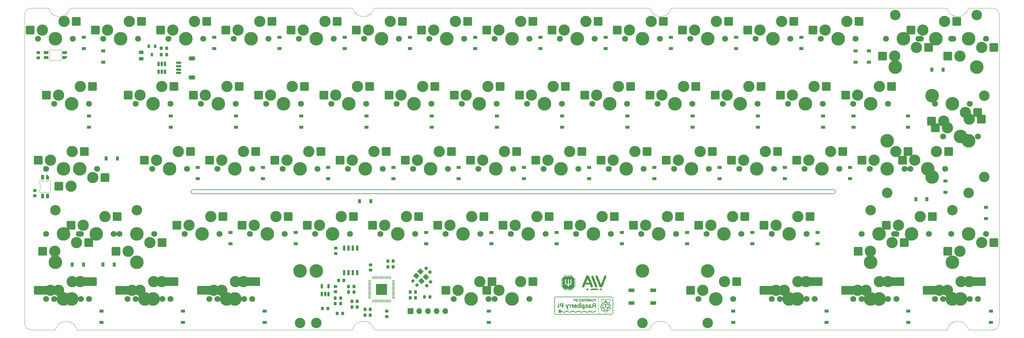
<source format=gbs>
G04 #@! TF.GenerationSoftware,KiCad,Pcbnew,(6.99.0-1912-g359c99991b)*
G04 #@! TF.CreationDate,2022-08-16T22:17:22+07:00*
G04 #@! TF.ProjectId,paws60,70617773-3630-42e6-9b69-6361645f7063,2*
G04 #@! TF.SameCoordinates,Original*
G04 #@! TF.FileFunction,Soldermask,Bot*
G04 #@! TF.FilePolarity,Negative*
%FSLAX46Y46*%
G04 Gerber Fmt 4.6, Leading zero omitted, Abs format (unit mm)*
G04 Created by KiCad (PCBNEW (6.99.0-1912-g359c99991b)) date 2022-08-16 22:17:22*
%MOMM*%
%LPD*%
G01*
G04 APERTURE LIST*
G04 Aperture macros list*
%AMRoundRect*
0 Rectangle with rounded corners*
0 $1 Rounding radius*
0 $2 $3 $4 $5 $6 $7 $8 $9 X,Y pos of 4 corners*
0 Add a 4 corners polygon primitive as box body*
4,1,4,$2,$3,$4,$5,$6,$7,$8,$9,$2,$3,0*
0 Add four circle primitives for the rounded corners*
1,1,$1+$1,$2,$3*
1,1,$1+$1,$4,$5*
1,1,$1+$1,$6,$7*
1,1,$1+$1,$8,$9*
0 Add four rect primitives between the rounded corners*
20,1,$1+$1,$2,$3,$4,$5,0*
20,1,$1+$1,$4,$5,$6,$7,0*
20,1,$1+$1,$6,$7,$8,$9,0*
20,1,$1+$1,$8,$9,$2,$3,0*%
%AMRotRect*
0 Rectangle, with rotation*
0 The origin of the aperture is its center*
0 $1 length*
0 $2 width*
0 $3 Rotation angle, in degrees counterclockwise*
0 Add horizontal line*
21,1,$1,$2,0,0,$3*%
%AMFreePoly0*
4,1,18,-0.410000,0.593000,-0.403758,0.624380,-0.385983,0.650983,-0.359380,0.668758,-0.328000,0.675000,0.328000,0.675000,0.359380,0.668758,0.385983,0.650983,0.403758,0.624380,0.410000,0.593000,0.410000,-0.593000,0.403758,-0.624380,0.385983,-0.650983,0.359380,-0.668758,0.328000,-0.675000,0.000000,-0.675000,-0.410000,-0.265000,-0.410000,0.593000,-0.410000,0.593000,$1*%
G04 Aperture macros list end*
%ADD10C,3.048000*%
%ADD11C,3.987800*%
%ADD12R,1.700000X1.700000*%
%ADD13O,1.700000X1.700000*%
%ADD14C,1.750000*%
%ADD15C,3.300000*%
%ADD16RoundRect,0.250000X-1.025000X-1.000000X1.025000X-1.000000X1.025000X1.000000X-1.025000X1.000000X0*%
%ADD17RoundRect,0.250000X1.025000X1.000000X-1.025000X1.000000X-1.025000X-1.000000X1.025000X-1.000000X0*%
%ADD18R,1.200000X0.900000*%
%ADD19RoundRect,0.225000X0.250000X-0.225000X0.250000X0.225000X-0.250000X0.225000X-0.250000X-0.225000X0*%
%ADD20RoundRect,0.225000X0.225000X0.250000X-0.225000X0.250000X-0.225000X-0.250000X0.225000X-0.250000X0*%
%ADD21RoundRect,0.150000X-0.625000X0.150000X-0.625000X-0.150000X0.625000X-0.150000X0.625000X0.150000X0*%
%ADD22RoundRect,0.250000X-0.650000X0.350000X-0.650000X-0.350000X0.650000X-0.350000X0.650000X0.350000X0*%
%ADD23R,0.900000X1.200000*%
%ADD24RoundRect,0.225000X-0.225000X-0.250000X0.225000X-0.250000X0.225000X0.250000X-0.225000X0.250000X0*%
%ADD25RoundRect,0.200000X0.200000X0.275000X-0.200000X0.275000X-0.200000X-0.275000X0.200000X-0.275000X0*%
%ADD26RoundRect,0.200000X-0.200000X-0.275000X0.200000X-0.275000X0.200000X0.275000X-0.200000X0.275000X0*%
%ADD27RoundRect,0.082000X0.328000X0.593000X-0.328000X0.593000X-0.328000X-0.593000X0.328000X-0.593000X0*%
%ADD28FreePoly0,180.000000*%
%ADD29RoundRect,0.150000X-0.150000X0.650000X-0.150000X-0.650000X0.150000X-0.650000X0.150000X0.650000X0*%
%ADD30R,0.800000X1.000000*%
%ADD31RoundRect,0.082000X0.593000X-0.328000X0.593000X0.328000X-0.593000X0.328000X-0.593000X-0.328000X0*%
%ADD32FreePoly0,90.000000*%
%ADD33RoundRect,0.150000X0.150000X-0.512500X0.150000X0.512500X-0.150000X0.512500X-0.150000X-0.512500X0*%
%ADD34RoundRect,0.225000X-0.250000X0.225000X-0.250000X-0.225000X0.250000X-0.225000X0.250000X0.225000X0*%
%ADD35R,1.700000X1.000000*%
%ADD36RoundRect,0.050000X-0.050000X0.387500X-0.050000X-0.387500X0.050000X-0.387500X0.050000X0.387500X0*%
%ADD37RoundRect,0.050000X-0.387500X0.050000X-0.387500X-0.050000X0.387500X-0.050000X0.387500X0.050000X0*%
%ADD38RoundRect,0.144000X-1.456000X1.456000X-1.456000X-1.456000X1.456000X-1.456000X1.456000X1.456000X0*%
%ADD39RotRect,1.400000X1.200000X135.000000*%
%ADD40RoundRect,0.225000X0.017678X-0.335876X0.335876X-0.017678X-0.017678X0.335876X-0.335876X0.017678X0*%
%ADD41RoundRect,0.243750X0.456250X-0.243750X0.456250X0.243750X-0.456250X0.243750X-0.456250X-0.243750X0*%
%ADD42RoundRect,0.225000X-0.335876X-0.017678X-0.017678X-0.335876X0.335876X0.017678X0.017678X0.335876X0*%
%ADD43RoundRect,0.200000X-0.335876X-0.053033X-0.053033X-0.335876X0.335876X0.053033X0.053033X0.335876X0*%
%ADD44RoundRect,0.200000X0.275000X-0.200000X0.275000X0.200000X-0.275000X0.200000X-0.275000X-0.200000X0*%
G04 #@! TA.AperFunction,Profile*
%ADD45C,0.100000*%
G04 #@! TD*
G04 #@! TA.AperFunction,Profile*
%ADD46C,0.200000*%
G04 #@! TD*
G04 APERTURE END LIST*
G36*
X156055634Y-87793133D02*
G01*
X155764965Y-87793133D01*
X155764965Y-86764612D01*
X156055634Y-86764612D01*
X156055634Y-87793133D01*
G37*
G36*
X156055634Y-86520795D02*
G01*
X155915889Y-86514139D01*
X155776144Y-86507482D01*
X155776144Y-86306250D01*
X156055634Y-86292936D01*
X156055634Y-86520795D01*
G37*
G36*
X162791329Y-85137296D02*
G01*
X163065229Y-85143574D01*
X163071347Y-85529269D01*
X163077464Y-85914964D01*
X162517430Y-85914964D01*
X162517430Y-85859067D01*
X162519125Y-85832212D01*
X162530125Y-85815600D01*
X162559282Y-85806958D01*
X162615450Y-85803682D01*
X162707482Y-85803169D01*
X162897535Y-85803169D01*
X162897535Y-85579577D01*
X162584507Y-85579577D01*
X162584507Y-85445422D01*
X162897535Y-85445422D01*
X162897535Y-85266549D01*
X162517430Y-85266549D01*
X162517430Y-85131018D01*
X162791329Y-85137296D01*
G37*
G36*
X164417958Y-85914964D02*
G01*
X163881338Y-85914964D01*
X163881338Y-85859971D01*
X163882668Y-85836633D01*
X163892801Y-85818394D01*
X163920719Y-85807950D01*
X163975395Y-85802310D01*
X164065801Y-85798483D01*
X164250264Y-85791989D01*
X164250264Y-85590757D01*
X164088160Y-85584187D01*
X163926056Y-85577618D01*
X163926056Y-85445422D01*
X164264143Y-85445422D01*
X164257204Y-85361575D01*
X164250264Y-85277729D01*
X164065801Y-85271234D01*
X163881338Y-85264740D01*
X163881338Y-85132394D01*
X164417958Y-85132394D01*
X164417958Y-85914964D01*
G37*
G36*
X159847219Y-86761331D02*
G01*
X159901758Y-86806240D01*
X159968486Y-86872968D01*
X159968486Y-86818790D01*
X159968553Y-86811222D01*
X159973116Y-86785189D01*
X159992122Y-86771250D01*
X160035661Y-86765645D01*
X160113820Y-86764612D01*
X160259155Y-86764612D01*
X160259155Y-87795177D01*
X160108231Y-87788565D01*
X159957306Y-87781954D01*
X159951380Y-87424207D01*
X159950779Y-87388955D01*
X159947436Y-87252606D01*
X159941369Y-87153677D01*
X159930193Y-87086175D01*
X159911521Y-87044105D01*
X159882965Y-87021475D01*
X159842140Y-87012292D01*
X159786659Y-87010563D01*
X159773107Y-87010345D01*
X159719443Y-87004637D01*
X159692337Y-86993609D01*
X159688360Y-86981178D01*
X159680872Y-86932850D01*
X159674878Y-86865044D01*
X159667896Y-86753433D01*
X159751463Y-86746472D01*
X159793530Y-86745581D01*
X159847219Y-86761331D01*
G37*
G36*
X159119642Y-86751363D02*
G01*
X159204872Y-86798719D01*
X159223451Y-86814243D01*
X159258034Y-86839265D01*
X159275002Y-86837269D01*
X159286351Y-86809899D01*
X159292723Y-86794622D01*
X159314067Y-86775600D01*
X159357137Y-86766772D01*
X159433373Y-86764612D01*
X159566021Y-86764612D01*
X159566021Y-87793133D01*
X159275352Y-87793133D01*
X159275352Y-87436655D01*
X159275261Y-87346692D01*
X159274349Y-87237562D01*
X159271701Y-87161491D01*
X159266412Y-87111360D01*
X159257579Y-87080044D01*
X159244296Y-87060421D01*
X159225659Y-87045370D01*
X159222732Y-87043410D01*
X159164112Y-87020146D01*
X159094299Y-87010563D01*
X159041149Y-87006827D01*
X159013059Y-86987399D01*
X158998658Y-86940691D01*
X158989375Y-86877943D01*
X158984683Y-86806536D01*
X158988373Y-86766061D01*
X159009344Y-86746301D01*
X159061225Y-86742253D01*
X159119642Y-86751363D01*
G37*
G36*
X166676232Y-85914964D02*
G01*
X166676232Y-85652029D01*
X166541777Y-85642304D01*
X166527143Y-85641101D01*
X166404962Y-85615437D01*
X166315604Y-85562739D01*
X166254867Y-85480638D01*
X166236918Y-85420940D01*
X166239191Y-85389524D01*
X166407923Y-85389524D01*
X166416809Y-85449508D01*
X166451171Y-85489354D01*
X166459190Y-85493029D01*
X166515670Y-85506889D01*
X166585326Y-85512500D01*
X166676232Y-85512500D01*
X166676232Y-85266549D01*
X166585326Y-85266549D01*
X166532476Y-85268686D01*
X166459477Y-85286411D01*
X166419860Y-85325373D01*
X166407923Y-85389524D01*
X166239191Y-85389524D01*
X166243363Y-85331858D01*
X166282288Y-85248844D01*
X166347647Y-85183219D01*
X166433394Y-85146305D01*
X166433553Y-85146273D01*
X166491231Y-85139281D01*
X166575382Y-85134295D01*
X166667848Y-85132394D01*
X166832746Y-85132394D01*
X166832746Y-85914964D01*
X166676232Y-85914964D01*
G37*
G36*
X162243530Y-85914881D02*
G01*
X162164197Y-85912409D01*
X162036261Y-85891882D01*
X161943312Y-85847607D01*
X161881517Y-85776028D01*
X161847041Y-85673585D01*
X161836050Y-85536719D01*
X161836652Y-85521416D01*
X162003169Y-85521416D01*
X162003476Y-85555295D01*
X162009042Y-85630637D01*
X162024470Y-85681462D01*
X162053477Y-85722643D01*
X162054153Y-85723391D01*
X162114043Y-85767100D01*
X162187632Y-85793456D01*
X162271479Y-85808145D01*
X162271479Y-85266549D01*
X162192206Y-85266549D01*
X162131521Y-85275287D01*
X162058051Y-85321430D01*
X162038014Y-85343497D01*
X162015947Y-85382909D01*
X162005687Y-85437281D01*
X162003169Y-85521416D01*
X161836652Y-85521416D01*
X161839255Y-85455292D01*
X161864616Y-85331868D01*
X161917661Y-85240559D01*
X162001293Y-85178672D01*
X162118416Y-85143515D01*
X162271931Y-85132394D01*
X162427993Y-85132394D01*
X162427993Y-85914964D01*
X162243530Y-85914881D01*
G37*
G36*
X160458087Y-85305677D02*
G01*
X160545764Y-85478961D01*
X160628533Y-85305677D01*
X160630598Y-85301355D01*
X160670616Y-85219294D01*
X160699591Y-85169331D01*
X160725324Y-85143502D01*
X160755613Y-85133844D01*
X160798257Y-85132394D01*
X160816039Y-85132634D01*
X160865390Y-85136545D01*
X160885211Y-85143728D01*
X160884996Y-85144778D01*
X160872405Y-85172721D01*
X160843244Y-85231162D01*
X160801474Y-85312290D01*
X160751056Y-85408296D01*
X160734233Y-85440171D01*
X160682443Y-85541505D01*
X160648396Y-85616835D01*
X160628511Y-85676306D01*
X160619207Y-85730063D01*
X160616901Y-85788248D01*
X160616901Y-85914964D01*
X160460387Y-85914964D01*
X160460387Y-85779105D01*
X160460008Y-85747606D01*
X160455617Y-85692056D01*
X160443415Y-85638538D01*
X160419846Y-85576816D01*
X160381351Y-85496655D01*
X160324373Y-85387820D01*
X160188359Y-85132394D01*
X160370410Y-85132394D01*
X160458087Y-85305677D01*
G37*
G36*
X157039437Y-87793133D02*
G01*
X157039437Y-87307094D01*
X156810255Y-87296701D01*
X156807750Y-87296586D01*
X156648134Y-87282387D01*
X156524678Y-87254158D01*
X156430175Y-87208427D01*
X156357419Y-87141725D01*
X156299205Y-87050582D01*
X156280550Y-87003660D01*
X156260152Y-86895956D01*
X156259985Y-86839530D01*
X156548240Y-86839530D01*
X156559628Y-86934880D01*
X156598954Y-87000692D01*
X156671592Y-87045995D01*
X156719481Y-87059827D01*
X156803248Y-87072680D01*
X156893384Y-87077640D01*
X157039437Y-87077640D01*
X157039437Y-86630457D01*
X156870273Y-86630457D01*
X156766324Y-86634670D01*
X156664652Y-86654418D01*
X156597472Y-86693035D01*
X156560200Y-86753490D01*
X156548246Y-86838749D01*
X156548240Y-86839530D01*
X156259985Y-86839530D01*
X156259813Y-86781424D01*
X156280648Y-86682221D01*
X156327485Y-86599953D01*
X156410974Y-86514225D01*
X156513996Y-86449256D01*
X156538617Y-86438901D01*
X156583426Y-86425724D01*
X156640548Y-86416730D01*
X156718081Y-86411171D01*
X156824123Y-86408296D01*
X156966769Y-86407357D01*
X157330106Y-86406866D01*
X157330106Y-87793133D01*
X157039437Y-87793133D01*
G37*
G36*
X163613028Y-85914964D02*
G01*
X163613028Y-85601936D01*
X163539746Y-85601936D01*
X163518211Y-85602623D01*
X163434906Y-85624529D01*
X163384199Y-85676582D01*
X163367077Y-85757889D01*
X163363692Y-85834173D01*
X163348017Y-85885107D01*
X163313458Y-85909012D01*
X163253448Y-85914964D01*
X163237218Y-85914896D01*
X163190253Y-85910678D01*
X163173884Y-85893263D01*
X163176648Y-85853477D01*
X163177358Y-85848963D01*
X163187950Y-85781636D01*
X163199695Y-85706895D01*
X163201373Y-85697502D01*
X163223368Y-85630052D01*
X163254710Y-85580149D01*
X163278763Y-85554147D01*
X163282610Y-85530387D01*
X163253463Y-85499674D01*
X163249294Y-85495672D01*
X163216001Y-85434081D01*
X163208344Y-85354978D01*
X163208415Y-85354649D01*
X163369000Y-85354649D01*
X163373627Y-85406353D01*
X163416771Y-85455334D01*
X163471540Y-85479385D01*
X163539746Y-85490140D01*
X163578518Y-85488861D01*
X163602736Y-85477497D01*
X163611716Y-85444507D01*
X163613028Y-85378345D01*
X163613028Y-85266549D01*
X163525189Y-85266549D01*
X163456080Y-85276533D01*
X163398086Y-85308587D01*
X163369000Y-85354649D01*
X163208415Y-85354649D01*
X163225533Y-85275382D01*
X163266779Y-85212315D01*
X163283726Y-85197735D01*
X163336642Y-85165944D01*
X163405075Y-85145881D01*
X163498653Y-85135410D01*
X163627003Y-85132394D01*
X163791901Y-85132394D01*
X163791901Y-85914964D01*
X163613028Y-85914964D01*
G37*
G36*
X166125679Y-85729120D02*
G01*
X166067691Y-85831586D01*
X165980382Y-85900359D01*
X165914265Y-85922631D01*
X165812613Y-85930528D01*
X165711922Y-85915321D01*
X165631545Y-85878238D01*
X165554662Y-85796488D01*
X165506953Y-85683456D01*
X165491197Y-85540079D01*
X165491228Y-85535936D01*
X165670070Y-85535936D01*
X165670072Y-85540391D01*
X165671908Y-85629054D01*
X165679182Y-85686008D01*
X165694837Y-85723694D01*
X165721820Y-85754553D01*
X165722036Y-85754756D01*
X165790944Y-85796507D01*
X165860593Y-85793575D01*
X165930526Y-85745978D01*
X165947528Y-85728218D01*
X165969151Y-85697325D01*
X165979998Y-85658728D01*
X165982619Y-85600126D01*
X165979561Y-85509217D01*
X165974244Y-85432320D01*
X165958740Y-85349130D01*
X165929863Y-85298511D01*
X165882715Y-85273355D01*
X165812399Y-85266549D01*
X165783246Y-85268367D01*
X165729440Y-85288951D01*
X165694549Y-85336797D01*
X165675713Y-85417320D01*
X165670070Y-85535936D01*
X165491228Y-85535936D01*
X165491316Y-85524165D01*
X165505355Y-85389415D01*
X165544923Y-85284046D01*
X165613092Y-85199471D01*
X165644242Y-85174050D01*
X165685547Y-85154650D01*
X165742708Y-85145725D01*
X165830104Y-85143574D01*
X165866107Y-85143683D01*
X165936560Y-85146647D01*
X165982556Y-85157557D01*
X166018796Y-85181538D01*
X166059979Y-85223716D01*
X166063898Y-85228068D01*
X166127505Y-85333461D01*
X166156639Y-85465932D01*
X166151740Y-85600126D01*
X166150882Y-85623642D01*
X166125679Y-85729120D01*
G37*
G36*
X161207442Y-85911410D02*
G01*
X161161964Y-85909889D01*
X161070504Y-85905610D01*
X161010111Y-85898972D01*
X160970928Y-85887590D01*
X160943101Y-85869078D01*
X160916773Y-85841050D01*
X160888099Y-85799109D01*
X160862483Y-85713610D01*
X160865198Y-85690232D01*
X161019366Y-85690232D01*
X161023007Y-85712767D01*
X161048424Y-85754732D01*
X161064314Y-85764449D01*
X161116971Y-85782411D01*
X161180867Y-85794587D01*
X161238134Y-85798130D01*
X161270907Y-85790192D01*
X161275104Y-85782886D01*
X161284094Y-85739745D01*
X161287676Y-85676467D01*
X161287676Y-85579577D01*
X161188657Y-85579577D01*
X161183695Y-85579608D01*
X161095378Y-85593726D01*
X161039114Y-85631574D01*
X161019366Y-85690232D01*
X160865198Y-85690232D01*
X160872317Y-85628928D01*
X160917564Y-85558332D01*
X160946871Y-85528229D01*
X160957724Y-85500912D01*
X160939957Y-85474614D01*
X160906758Y-85425624D01*
X160890963Y-85347875D01*
X161065791Y-85347875D01*
X161072966Y-85404310D01*
X161107333Y-85444635D01*
X161154493Y-85460234D01*
X161219129Y-85467781D01*
X161245716Y-85467200D01*
X161274543Y-85458320D01*
X161285772Y-85429023D01*
X161287676Y-85367165D01*
X161287676Y-85266549D01*
X161202711Y-85266549D01*
X161190662Y-85266808D01*
X161129713Y-85275719D01*
X161090915Y-85293380D01*
X161088090Y-85296360D01*
X161065791Y-85347875D01*
X160890963Y-85347875D01*
X160890497Y-85345582D01*
X160910175Y-85268098D01*
X160938376Y-85228726D01*
X161014364Y-85174495D01*
X161124204Y-85142773D01*
X161270907Y-85132429D01*
X161444190Y-85132394D01*
X161444190Y-85919035D01*
X161207442Y-85911410D01*
G37*
G36*
X163210563Y-88195598D02*
G01*
X163210563Y-87726713D01*
X163137896Y-87771019D01*
X163087411Y-87793840D01*
X162985423Y-87813419D01*
X162878350Y-87809960D01*
X162787292Y-87782757D01*
X162750186Y-87761080D01*
X162661715Y-87679062D01*
X162602114Y-87567407D01*
X162570468Y-87423896D01*
X162566820Y-87283290D01*
X162852817Y-87283290D01*
X162854633Y-87342571D01*
X162871722Y-87455983D01*
X162905520Y-87536002D01*
X162954435Y-87578012D01*
X162998699Y-87589121D01*
X163085995Y-87586658D01*
X163160870Y-87557094D01*
X163167741Y-87552115D01*
X163187431Y-87532761D01*
X163199955Y-87504681D01*
X163206917Y-87458879D01*
X163209919Y-87386357D01*
X163210563Y-87278120D01*
X163210487Y-87223705D01*
X163209167Y-87133533D01*
X163204834Y-87074926D01*
X163195736Y-87038872D01*
X163180124Y-87016356D01*
X163156248Y-86998364D01*
X163130775Y-86984145D01*
X163047720Y-86967228D01*
X162968581Y-86990935D01*
X162903839Y-87052998D01*
X162895185Y-87066424D01*
X162869239Y-87121552D01*
X162856320Y-87188405D01*
X162852817Y-87283290D01*
X162566820Y-87283290D01*
X162565861Y-87246308D01*
X162566467Y-87233868D01*
X162589163Y-87064981D01*
X162637505Y-86932428D01*
X162711932Y-86835625D01*
X162812881Y-86773989D01*
X162940791Y-86746936D01*
X162956920Y-86745888D01*
X163032996Y-86746112D01*
X163089986Y-86760985D01*
X163149076Y-86795442D01*
X163178446Y-86815239D01*
X163215179Y-86836319D01*
X163230104Y-86833616D01*
X163232923Y-86808657D01*
X163235304Y-86789658D01*
X163251549Y-86773513D01*
X163292077Y-86766280D01*
X163367077Y-86764612D01*
X163501232Y-86764612D01*
X163501232Y-88195598D01*
X163210563Y-88195598D01*
G37*
G36*
X166542077Y-87793133D02*
G01*
X166542077Y-87256514D01*
X166376213Y-87256514D01*
X166368485Y-87256529D01*
X166283034Y-87258627D01*
X166213449Y-87263582D01*
X166174153Y-87270403D01*
X166150981Y-87283931D01*
X166108748Y-87342786D01*
X166081925Y-87436295D01*
X166072535Y-87558722D01*
X166072461Y-87583100D01*
X166068269Y-87679687D01*
X166052719Y-87741119D01*
X166019013Y-87775259D01*
X165960353Y-87789976D01*
X165869942Y-87793133D01*
X165713640Y-87793133D01*
X165747753Y-87727166D01*
X165758627Y-87699950D01*
X165775349Y-87625105D01*
X165781991Y-87542703D01*
X165782324Y-87519224D01*
X165797910Y-87382744D01*
X165834724Y-87269952D01*
X165889919Y-87187245D01*
X165960652Y-87141021D01*
X165969081Y-87133265D01*
X165956002Y-87103777D01*
X165906195Y-87052484D01*
X165902648Y-87049220D01*
X165849721Y-86992807D01*
X165822518Y-86937059D01*
X165809798Y-86859464D01*
X165806783Y-86817844D01*
X166093432Y-86817844D01*
X166103227Y-86899349D01*
X166143829Y-86964974D01*
X166169854Y-86984891D01*
X166211177Y-87000790D01*
X166273019Y-87008529D01*
X166367420Y-87010563D01*
X166542077Y-87010563D01*
X166542077Y-86630457D01*
X166373367Y-86630457D01*
X166365244Y-86630464D01*
X166278315Y-86632435D01*
X166222085Y-86640113D01*
X166183568Y-86656685D01*
X166149776Y-86685339D01*
X166114099Y-86736661D01*
X166093432Y-86817844D01*
X165806783Y-86817844D01*
X165805835Y-86804761D01*
X165810348Y-86710735D01*
X165836052Y-86635166D01*
X165887141Y-86561922D01*
X165909631Y-86536433D01*
X165961531Y-86489128D01*
X166020808Y-86454725D01*
X166094907Y-86431285D01*
X166191274Y-86416870D01*
X166317353Y-86409541D01*
X166480590Y-86407357D01*
X166832746Y-86406866D01*
X166832746Y-87793133D01*
X166542077Y-87793133D01*
G37*
G36*
X164695804Y-85339216D02*
G01*
X164712483Y-85421793D01*
X164733716Y-85518405D01*
X164750869Y-85572781D01*
X164766814Y-85585919D01*
X164784421Y-85558811D01*
X164806563Y-85492454D01*
X164836109Y-85387843D01*
X164857408Y-85311614D01*
X164881432Y-85231383D01*
X164900504Y-85181864D01*
X164918622Y-85155658D01*
X164939780Y-85145361D01*
X164967975Y-85143574D01*
X164987136Y-85144120D01*
X165010439Y-85150517D01*
X165029100Y-85170249D01*
X165047140Y-85210790D01*
X165068579Y-85279614D01*
X165097439Y-85384195D01*
X165121522Y-85469732D01*
X165145426Y-85547624D01*
X165163477Y-85598638D01*
X165172988Y-85614570D01*
X165178643Y-85599616D01*
X165192168Y-85548269D01*
X165210396Y-85469846D01*
X165231010Y-85373949D01*
X165278785Y-85143574D01*
X165364604Y-85136516D01*
X165417653Y-85134617D01*
X165440181Y-85144148D01*
X165438394Y-85170055D01*
X165434997Y-85182540D01*
X165421931Y-85234976D01*
X165402655Y-85315173D01*
X165379237Y-85414223D01*
X165353747Y-85523216D01*
X165328252Y-85633246D01*
X165304822Y-85735402D01*
X165285525Y-85820778D01*
X165272430Y-85880463D01*
X165267606Y-85905551D01*
X165266257Y-85907609D01*
X165237898Y-85912331D01*
X165184312Y-85910724D01*
X165101019Y-85903785D01*
X165040408Y-85683487D01*
X165021991Y-85617743D01*
X164997925Y-85535697D01*
X164979524Y-85477622D01*
X164969738Y-85453130D01*
X164962247Y-85464373D01*
X164945334Y-85510731D01*
X164922226Y-85585015D01*
X164895641Y-85678940D01*
X164831602Y-85914808D01*
X164752092Y-85914886D01*
X164672581Y-85914964D01*
X164589862Y-85562808D01*
X164572100Y-85486266D01*
X164546343Y-85371561D01*
X164525779Y-85275308D01*
X164512167Y-85205849D01*
X164507268Y-85171523D01*
X164508021Y-85162377D01*
X164527609Y-85139046D01*
X164580861Y-85132394D01*
X164654327Y-85132394D01*
X164695804Y-85339216D01*
G37*
G36*
X158347768Y-87056372D02*
G01*
X158356516Y-87085932D01*
X158388301Y-87189774D01*
X158416017Y-87275050D01*
X158436941Y-87333610D01*
X158448349Y-87357307D01*
X158451068Y-87355880D01*
X158465732Y-87325502D01*
X158488712Y-87262042D01*
X158517442Y-87172917D01*
X158549352Y-87065546D01*
X158635512Y-86764612D01*
X158787738Y-86764612D01*
X158790400Y-86764615D01*
X158865843Y-86767004D01*
X158919511Y-86773014D01*
X158939937Y-86781382D01*
X158936948Y-86792760D01*
X158921125Y-86841309D01*
X158893546Y-86922028D01*
X158856307Y-87028872D01*
X158811503Y-87155798D01*
X158761231Y-87296760D01*
X158754365Y-87315924D01*
X158699552Y-87469575D01*
X158658349Y-87587593D01*
X158629276Y-87675750D01*
X158610852Y-87739821D01*
X158601596Y-87785579D01*
X158600028Y-87818797D01*
X158604666Y-87845249D01*
X158614031Y-87870708D01*
X158636923Y-87914039D01*
X158699704Y-87973819D01*
X158781555Y-87994366D01*
X158791078Y-87994628D01*
X158813185Y-88001325D01*
X158829101Y-88024140D01*
X158843407Y-88072390D01*
X158860681Y-88155398D01*
X158860883Y-88176460D01*
X158842565Y-88205134D01*
X158818698Y-88209488D01*
X158760000Y-88211852D01*
X158684340Y-88210074D01*
X158617780Y-88205159D01*
X158563345Y-88192294D01*
X158520305Y-88163952D01*
X158470416Y-88111749D01*
X158458507Y-88097674D01*
X158432140Y-88060661D01*
X158404950Y-88012412D01*
X158374750Y-87947720D01*
X158339352Y-87861375D01*
X158296569Y-87748169D01*
X158244215Y-87602893D01*
X158180102Y-87420337D01*
X158171136Y-87394611D01*
X158117382Y-87240381D01*
X158068514Y-87100189D01*
X158026498Y-86979673D01*
X157993300Y-86884471D01*
X157970885Y-86820221D01*
X157961220Y-86792561D01*
X157960386Y-86788678D01*
X157974031Y-86774587D01*
X158020926Y-86766926D01*
X158106704Y-86764612D01*
X158262030Y-86764612D01*
X158347768Y-87056372D01*
G37*
G36*
X164240702Y-86755187D02*
G01*
X164362322Y-86797328D01*
X164453123Y-86866322D01*
X164509955Y-86959702D01*
X164529670Y-87075000D01*
X164528715Y-87098931D01*
X164503909Y-87185805D01*
X164443433Y-87257353D01*
X164344504Y-87316051D01*
X164204343Y-87364371D01*
X164138335Y-87383952D01*
X164034484Y-87425020D01*
X163970347Y-87467427D01*
X163948415Y-87509759D01*
X163949422Y-87519992D01*
X163977040Y-87565608D01*
X164031651Y-87600409D01*
X164098685Y-87614260D01*
X164160226Y-87608989D01*
X164238361Y-87575936D01*
X164284320Y-87512285D01*
X164293402Y-87491985D01*
X164315337Y-87469711D01*
X164356096Y-87459924D01*
X164428584Y-87457746D01*
X164429317Y-87457746D01*
X164499510Y-87458929D01*
X164536053Y-87466344D01*
X164549928Y-87485800D01*
X164552113Y-87523108D01*
X164546629Y-87560011D01*
X164508407Y-87636375D01*
X164441178Y-87710254D01*
X164353764Y-87770640D01*
X164312647Y-87787801D01*
X164207254Y-87809785D01*
X164086482Y-87814720D01*
X163967730Y-87802518D01*
X163868401Y-87773092D01*
X163842758Y-87760664D01*
X163750419Y-87694424D01*
X163697190Y-87609778D01*
X163680106Y-87502464D01*
X163681414Y-87472506D01*
X163711227Y-87369294D01*
X163780558Y-87286230D01*
X163889649Y-87223094D01*
X164038744Y-87179667D01*
X164085290Y-87169507D01*
X164181733Y-87138330D01*
X164236341Y-87100325D01*
X164251075Y-87053594D01*
X164227897Y-86996233D01*
X164217346Y-86982799D01*
X164164782Y-86951000D01*
X164100267Y-86944002D01*
X164037377Y-86959193D01*
X163989688Y-86993963D01*
X163970775Y-87045699D01*
X163970095Y-87051219D01*
X163952708Y-87066998D01*
X163906110Y-87075255D01*
X163822645Y-87077640D01*
X163674516Y-87077640D01*
X163687912Y-87010659D01*
X163696907Y-86975421D01*
X163750097Y-86875860D01*
X163837523Y-86802723D01*
X163956646Y-86757643D01*
X164104930Y-86742253D01*
X164240702Y-86755187D01*
G37*
G36*
X161305483Y-87360643D02*
G01*
X161298864Y-87449696D01*
X161286916Y-87512320D01*
X161265824Y-87563001D01*
X161231778Y-87616227D01*
X161210667Y-87643094D01*
X161140431Y-87711714D01*
X161066158Y-87763468D01*
X160954916Y-87802480D01*
X160818996Y-87817337D01*
X160678145Y-87805898D01*
X160548379Y-87768021D01*
X160540779Y-87764743D01*
X160476014Y-87733510D01*
X160446048Y-87704131D01*
X160444472Y-87663642D01*
X160464879Y-87599078D01*
X160473645Y-87576384D01*
X160499787Y-87535665D01*
X160535989Y-87530944D01*
X160594542Y-87558362D01*
X160604332Y-87563332D01*
X160674225Y-87582536D01*
X160761640Y-87590309D01*
X160846521Y-87585981D01*
X160908809Y-87568879D01*
X160929524Y-87553165D01*
X160970966Y-87502757D01*
X161005148Y-87442177D01*
X161019366Y-87391779D01*
X161003971Y-87382824D01*
X160945902Y-87374841D01*
X160846156Y-87369962D01*
X160706338Y-87368309D01*
X160393310Y-87368309D01*
X160393310Y-87279973D01*
X160395336Y-87220540D01*
X160410032Y-87134590D01*
X160683979Y-87134590D01*
X160687155Y-87145718D01*
X160710329Y-87158586D01*
X160762581Y-87165205D01*
X160851673Y-87167077D01*
X160867337Y-87167025D01*
X160944512Y-87165074D01*
X160998831Y-87160867D01*
X161019366Y-87155179D01*
X161018992Y-87152470D01*
X161008248Y-87119579D01*
X160987301Y-87066539D01*
X160985321Y-87061960D01*
X160938195Y-86999450D01*
X160875445Y-86970013D01*
X160807861Y-86971229D01*
X160746230Y-87000677D01*
X160701340Y-87055938D01*
X160683979Y-87134590D01*
X160410032Y-87134590D01*
X160421457Y-87067768D01*
X160475396Y-86938359D01*
X160554212Y-86838021D01*
X160654962Y-86772461D01*
X160718299Y-86753981D01*
X160832536Y-86743861D01*
X160951535Y-86754296D01*
X161054662Y-86784654D01*
X161102785Y-86810099D01*
X161199021Y-86893329D01*
X161264733Y-87007102D01*
X161300478Y-87152626D01*
X161300569Y-87155179D01*
X161306812Y-87331107D01*
X161305483Y-87360643D01*
G37*
G36*
X162260299Y-87793133D02*
G01*
X162217156Y-87792656D01*
X162165740Y-87787720D01*
X162142662Y-87774258D01*
X162137324Y-87748415D01*
X162136159Y-87725685D01*
X162125248Y-87707066D01*
X162096867Y-87718083D01*
X162043810Y-87759595D01*
X162040931Y-87761997D01*
X161990577Y-87795186D01*
X161932417Y-87811283D01*
X161848246Y-87815493D01*
X161775242Y-87810929D01*
X161666866Y-87778237D01*
X161581163Y-87710386D01*
X161511268Y-87603048D01*
X161509917Y-87600339D01*
X161481979Y-87536451D01*
X161465386Y-87473577D01*
X161457421Y-87396514D01*
X161455370Y-87290052D01*
X161455455Y-87261286D01*
X161456019Y-87242979D01*
X161737926Y-87242979D01*
X161738950Y-87350606D01*
X161754693Y-87448367D01*
X161783522Y-87525010D01*
X161823804Y-87569279D01*
X161836448Y-87575392D01*
X161918449Y-87592524D01*
X162001414Y-87580017D01*
X162066349Y-87540152D01*
X162078863Y-87525796D01*
X162097734Y-87493747D01*
X162108674Y-87449695D01*
X162113734Y-87382745D01*
X162114965Y-87282005D01*
X162114470Y-87204503D01*
X162111072Y-87131421D01*
X162102421Y-87083787D01*
X162086197Y-87050568D01*
X162060083Y-87020726D01*
X162012596Y-86985244D01*
X161936120Y-86965559D01*
X161861748Y-86983105D01*
X161799204Y-87034766D01*
X161758212Y-87117428D01*
X161753256Y-87136741D01*
X161737926Y-87242979D01*
X161456019Y-87242979D01*
X161458420Y-87165010D01*
X161467900Y-87093390D01*
X161486981Y-87030332D01*
X161518753Y-86959742D01*
X161557053Y-86889963D01*
X161607230Y-86828238D01*
X161668786Y-86786459D01*
X161691613Y-86775799D01*
X161805450Y-86746332D01*
X161920226Y-86750093D01*
X162020479Y-86787055D01*
X162033694Y-86795009D01*
X162080182Y-86821145D01*
X162104326Y-86831690D01*
X162104435Y-86831676D01*
X162108528Y-86809750D01*
X162111875Y-86751965D01*
X162114135Y-86666962D01*
X162114965Y-86563380D01*
X162114965Y-86295070D01*
X162383275Y-86295070D01*
X162383275Y-87793133D01*
X162260299Y-87793133D01*
G37*
G36*
X165560581Y-87700979D02*
G01*
X165486953Y-87770201D01*
X165485741Y-87770935D01*
X165399274Y-87804702D01*
X165285153Y-87815409D01*
X165251772Y-87815055D01*
X165183086Y-87808185D01*
X165131926Y-87787470D01*
X165078576Y-87746314D01*
X164999786Y-87677136D01*
X164977735Y-87735135D01*
X164975796Y-87740151D01*
X164960190Y-87769326D01*
X164934878Y-87785217D01*
X164888195Y-87791821D01*
X164808477Y-87793133D01*
X164777903Y-87792938D01*
X164710718Y-87789481D01*
X164679929Y-87780676D01*
X164679358Y-87765184D01*
X164684424Y-87744813D01*
X164691271Y-87684871D01*
X164697963Y-87594324D01*
X164703936Y-87481110D01*
X164708627Y-87353165D01*
X164708842Y-87345950D01*
X164996596Y-87345950D01*
X165003536Y-87427576D01*
X165018684Y-87491724D01*
X165066373Y-87549542D01*
X165130799Y-87586958D01*
X165213595Y-87604329D01*
X165284375Y-87580229D01*
X165287889Y-87577678D01*
X165328209Y-87526256D01*
X165325487Y-87466274D01*
X165279802Y-87400832D01*
X165242835Y-87370597D01*
X165189550Y-87351115D01*
X165110758Y-87345950D01*
X164996596Y-87345950D01*
X164708842Y-87345950D01*
X164709892Y-87310687D01*
X164714539Y-87178991D01*
X164719810Y-87082734D01*
X164726640Y-87014612D01*
X164735964Y-86967317D01*
X164748717Y-86933542D01*
X164765834Y-86905982D01*
X164791894Y-86874363D01*
X164883688Y-86802587D01*
X164993738Y-86758663D01*
X165113712Y-86741451D01*
X165235280Y-86749809D01*
X165350110Y-86782599D01*
X165449873Y-86838679D01*
X165526236Y-86916911D01*
X165570869Y-87016153D01*
X165585482Y-87077640D01*
X165443025Y-87077640D01*
X165377168Y-87076589D01*
X165324760Y-87070327D01*
X165295814Y-87055212D01*
X165278497Y-87027648D01*
X165269596Y-87010941D01*
X165217558Y-86964462D01*
X165149215Y-86950650D01*
X165079641Y-86973600D01*
X165031924Y-87021727D01*
X165003436Y-87089837D01*
X165007362Y-87155848D01*
X165011160Y-87162788D01*
X165037490Y-87178692D01*
X165092079Y-87187212D01*
X165183057Y-87189927D01*
X165257958Y-87193068D01*
X165393978Y-87217449D01*
X165499592Y-87264397D01*
X165569725Y-87332045D01*
X165601368Y-87396233D01*
X165620060Y-87501973D01*
X165616759Y-87526256D01*
X165605707Y-87607563D01*
X165560581Y-87700979D01*
G37*
G36*
X171766900Y-89543756D02*
G01*
X171659304Y-89641256D01*
X171523210Y-89705518D01*
X171517905Y-89706462D01*
X171472472Y-89709341D01*
X171384866Y-89712094D01*
X171257019Y-89714722D01*
X171090860Y-89717224D01*
X170888321Y-89719599D01*
X170651332Y-89721849D01*
X170381823Y-89723972D01*
X170081725Y-89725969D01*
X169752970Y-89727839D01*
X169397486Y-89729582D01*
X169017205Y-89731198D01*
X168614057Y-89732688D01*
X168189974Y-89734050D01*
X167746885Y-89735285D01*
X167286720Y-89736392D01*
X166811412Y-89737372D01*
X166322889Y-89738224D01*
X165823084Y-89738948D01*
X165313925Y-89739544D01*
X164797344Y-89740012D01*
X164275272Y-89740352D01*
X163749638Y-89740563D01*
X163222374Y-89740646D01*
X162695410Y-89740600D01*
X162170677Y-89740425D01*
X161650104Y-89740121D01*
X161135624Y-89739687D01*
X160629165Y-89739125D01*
X160132660Y-89738433D01*
X159648038Y-89737611D01*
X159177229Y-89736660D01*
X158722166Y-89735579D01*
X158284777Y-89734368D01*
X157866994Y-89733026D01*
X157470747Y-89731555D01*
X157097967Y-89729953D01*
X156750584Y-89728220D01*
X156430528Y-89726356D01*
X156139732Y-89724362D01*
X155880124Y-89722237D01*
X155653636Y-89719980D01*
X155462197Y-89717593D01*
X155307740Y-89715074D01*
X155192193Y-89712423D01*
X155117488Y-89709640D01*
X155085556Y-89706726D01*
X154960241Y-89652683D01*
X154848135Y-89561577D01*
X154767795Y-89439148D01*
X154716647Y-89329302D01*
X154870599Y-89329302D01*
X154921087Y-89405276D01*
X154937561Y-89426662D01*
X154999505Y-89484712D01*
X155071159Y-89531558D01*
X155170743Y-89581866D01*
X167548239Y-89581866D01*
X167704754Y-89581866D01*
X171429257Y-89581866D01*
X171528841Y-89531558D01*
X171556277Y-89515971D01*
X171627062Y-89462280D01*
X171679228Y-89404809D01*
X171730031Y-89328368D01*
X171724126Y-87090636D01*
X171723293Y-86779955D01*
X171722341Y-86449726D01*
X171721377Y-86159342D01*
X171720345Y-85906157D01*
X171719187Y-85687524D01*
X171717846Y-85500798D01*
X171716266Y-85343331D01*
X171714389Y-85212477D01*
X171712159Y-85105590D01*
X171709519Y-85020023D01*
X171706412Y-84953131D01*
X171702781Y-84902266D01*
X171698568Y-84864783D01*
X171693718Y-84838035D01*
X171688174Y-84819376D01*
X171681877Y-84806159D01*
X171674772Y-84795738D01*
X171631756Y-84747103D01*
X171574156Y-84695122D01*
X171568818Y-84691239D01*
X171556444Y-84684048D01*
X171539670Y-84677765D01*
X171515617Y-84672317D01*
X171481404Y-84667632D01*
X171434151Y-84663637D01*
X171370978Y-84660260D01*
X171289007Y-84657429D01*
X171185356Y-84655070D01*
X171057146Y-84653112D01*
X170901497Y-84651482D01*
X170715529Y-84650107D01*
X170496362Y-84648916D01*
X170241117Y-84647834D01*
X169946913Y-84646791D01*
X169610871Y-84645714D01*
X167704754Y-84639756D01*
X167704754Y-89581866D01*
X167548239Y-89581866D01*
X167548239Y-84640493D01*
X155133817Y-84640493D01*
X155049562Y-84687847D01*
X155037523Y-84695161D01*
X154970136Y-84752161D01*
X154917953Y-84819456D01*
X154916100Y-84822759D01*
X154908534Y-84837020D01*
X154901858Y-84852894D01*
X154896014Y-84873075D01*
X154890949Y-84900257D01*
X154886606Y-84937133D01*
X154882929Y-84986399D01*
X154879863Y-85050747D01*
X154877353Y-85132873D01*
X154875343Y-85235470D01*
X154873778Y-85361232D01*
X154872601Y-85512854D01*
X154871758Y-85693030D01*
X154871192Y-85904453D01*
X154870849Y-86149819D01*
X154870673Y-86431820D01*
X154870608Y-86753151D01*
X154870599Y-87116507D01*
X154870599Y-89329302D01*
X154716647Y-89329302D01*
X154714521Y-89324736D01*
X154714794Y-87100000D01*
X154714815Y-86960053D01*
X154714918Y-86610510D01*
X154715128Y-86302001D01*
X154715492Y-86031835D01*
X154716060Y-85797321D01*
X154716879Y-85595769D01*
X154717998Y-85424488D01*
X154719464Y-85280787D01*
X154721327Y-85161974D01*
X154723633Y-85065360D01*
X154726431Y-84988253D01*
X154729770Y-84927963D01*
X154733697Y-84881798D01*
X154738262Y-84847069D01*
X154743511Y-84821083D01*
X154749493Y-84801150D01*
X154756257Y-84784579D01*
X154790830Y-84725207D01*
X154871033Y-84633886D01*
X154968875Y-84557528D01*
X155068666Y-84509928D01*
X155073555Y-84508968D01*
X155101706Y-84506594D01*
X155153040Y-84504359D01*
X155228538Y-84502259D01*
X155329177Y-84500291D01*
X155455937Y-84498453D01*
X155609796Y-84496741D01*
X155791733Y-84495153D01*
X156002727Y-84493684D01*
X156243757Y-84492333D01*
X156515802Y-84491095D01*
X156819840Y-84489968D01*
X157156850Y-84488950D01*
X157527812Y-84488036D01*
X157933703Y-84487223D01*
X158375503Y-84486509D01*
X158854191Y-84485891D01*
X159370746Y-84485365D01*
X159926145Y-84484929D01*
X160521369Y-84484578D01*
X161157396Y-84484311D01*
X161835204Y-84484124D01*
X162555773Y-84484014D01*
X163320082Y-84483979D01*
X163673670Y-84483981D01*
X164375935Y-84484009D01*
X165035461Y-84484069D01*
X165653583Y-84484167D01*
X166231637Y-84484310D01*
X166770958Y-84484502D01*
X167272883Y-84484750D01*
X167738747Y-84485059D01*
X168169886Y-84485434D01*
X168567636Y-84485882D01*
X168933333Y-84486407D01*
X169268312Y-84487016D01*
X169573909Y-84487714D01*
X169851460Y-84488507D01*
X170102301Y-84489400D01*
X170327767Y-84490399D01*
X170529195Y-84491510D01*
X170707919Y-84492737D01*
X170865277Y-84494088D01*
X171002603Y-84495566D01*
X171121234Y-84497179D01*
X171222505Y-84498932D01*
X171307752Y-84500829D01*
X171378311Y-84502878D01*
X171435517Y-84505083D01*
X171480707Y-84507450D01*
X171515216Y-84509984D01*
X171540380Y-84512692D01*
X171557535Y-84515579D01*
X171568016Y-84518650D01*
X171673699Y-84581279D01*
X171772370Y-84676067D01*
X171843436Y-84785827D01*
X171846431Y-84792524D01*
X171852902Y-84809844D01*
X171858608Y-84831529D01*
X171863596Y-84860270D01*
X171867914Y-84898757D01*
X171871612Y-84949680D01*
X171874737Y-85015729D01*
X171877339Y-85099594D01*
X171879466Y-85203966D01*
X171881166Y-85331534D01*
X171882489Y-85484990D01*
X171883482Y-85667023D01*
X171884194Y-85880323D01*
X171884674Y-86127580D01*
X171884970Y-86411485D01*
X171885131Y-86734728D01*
X171885206Y-87100000D01*
X171885479Y-89324736D01*
X171883788Y-89328368D01*
X171832205Y-89439148D01*
X171766900Y-89543756D01*
G37*
G36*
X156461159Y-88286562D02*
G01*
X156551019Y-88295593D01*
X156608822Y-88317498D01*
X156641512Y-88357591D01*
X156656034Y-88421187D01*
X156659331Y-88513601D01*
X156659331Y-88642781D01*
X156731998Y-88642906D01*
X156759612Y-88643675D01*
X156871908Y-88663023D01*
X156989577Y-88711304D01*
X157122732Y-88792384D01*
X157177957Y-88829462D01*
X157279695Y-88891354D01*
X157363492Y-88930102D01*
X157440072Y-88950118D01*
X157520158Y-88955809D01*
X157593344Y-88950788D01*
X157686590Y-88926441D01*
X157786592Y-88877695D01*
X157904717Y-88799944D01*
X158016804Y-88730836D01*
X158189329Y-88664844D01*
X158368275Y-88642906D01*
X158468031Y-88648315D01*
X158573669Y-88671429D01*
X158679321Y-88717538D01*
X158799910Y-88791791D01*
X158867519Y-88836529D01*
X158965921Y-88895214D01*
X159046656Y-88931767D01*
X159120216Y-88950521D01*
X159197095Y-88955809D01*
X159230700Y-88954940D01*
X159308835Y-88943780D01*
X159387847Y-88916229D01*
X159478581Y-88867845D01*
X159591887Y-88794188D01*
X159628188Y-88770268D01*
X159784075Y-88690849D01*
X159941788Y-88651131D01*
X160111837Y-88648166D01*
X160114634Y-88648393D01*
X160197685Y-88658834D01*
X160272177Y-88678319D01*
X160349012Y-88711530D01*
X160439090Y-88763153D01*
X160553310Y-88837870D01*
X160688817Y-88914902D01*
X160817606Y-88953763D01*
X160943545Y-88952173D01*
X161073690Y-88910020D01*
X161215101Y-88827187D01*
X161266043Y-88793276D01*
X161421501Y-88708488D01*
X161568965Y-88659648D01*
X161717308Y-88643511D01*
X161822125Y-88649944D01*
X161946421Y-88679788D01*
X162074663Y-88737674D01*
X162217984Y-88827699D01*
X162241138Y-88843686D01*
X162320954Y-88895291D01*
X162383589Y-88926438D01*
X162443410Y-88943110D01*
X162514784Y-88951289D01*
X162576709Y-88951972D01*
X162701347Y-88929168D01*
X162832009Y-88871835D01*
X162975792Y-88777296D01*
X162975842Y-88777259D01*
X163112890Y-88700895D01*
X163271410Y-88655557D01*
X163438647Y-88643491D01*
X163601849Y-88666947D01*
X163627264Y-88675767D01*
X163698333Y-88709479D01*
X163785452Y-88758606D01*
X163875249Y-88815866D01*
X163900972Y-88833221D01*
X163987895Y-88888472D01*
X164055144Y-88922845D01*
X164115110Y-88941825D01*
X164180182Y-88950900D01*
X164279917Y-88951729D01*
X164384187Y-88931047D01*
X164491502Y-88883465D01*
X164614147Y-88804848D01*
X164625760Y-88796683D01*
X164776138Y-88708645D01*
X164923109Y-88658613D01*
X165077553Y-88642781D01*
X165089529Y-88642866D01*
X165243043Y-88661108D01*
X165389893Y-88713834D01*
X165540959Y-88804848D01*
X165602377Y-88846316D01*
X165742220Y-88920230D01*
X165871826Y-88954400D01*
X165998203Y-88948970D01*
X166128358Y-88904085D01*
X166269300Y-88819889D01*
X166297057Y-88800879D01*
X166450129Y-88711607D01*
X166589288Y-88659627D01*
X166720032Y-88642781D01*
X166721685Y-88642784D01*
X166799016Y-88654487D01*
X166841885Y-88691608D01*
X166855106Y-88758262D01*
X166837939Y-88817766D01*
X166784267Y-88854288D01*
X166693483Y-88866373D01*
X166673936Y-88867798D01*
X166592585Y-88892173D01*
X166496370Y-88943135D01*
X166440191Y-88978473D01*
X166353677Y-89032851D01*
X166281866Y-89077944D01*
X166135060Y-89144818D01*
X165968607Y-89173971D01*
X165790508Y-89163154D01*
X165783456Y-89161926D01*
X165703752Y-89143778D01*
X165630673Y-89116198D01*
X165550455Y-89072915D01*
X165449336Y-89007655D01*
X165256426Y-88877552D01*
X164897804Y-88877552D01*
X164706588Y-89007440D01*
X164693984Y-89015972D01*
X164597023Y-89078226D01*
X164519271Y-89119248D01*
X164446844Y-89145373D01*
X164365854Y-89162939D01*
X164189430Y-89174099D01*
X164022482Y-89145607D01*
X163873239Y-89077944D01*
X163825202Y-89047710D01*
X163740866Y-88994396D01*
X163657746Y-88941641D01*
X163637972Y-88929145D01*
X163575205Y-88893106D01*
X163522468Y-88874403D01*
X163461563Y-88868491D01*
X163374290Y-88870821D01*
X163312976Y-88874424D01*
X163248562Y-88883368D01*
X163193333Y-88902008D01*
X163132201Y-88935922D01*
X163050082Y-88990686D01*
X163043583Y-88995144D01*
X162939210Y-89064396D01*
X162857542Y-89111550D01*
X162786669Y-89141733D01*
X162714678Y-89160075D01*
X162629657Y-89171704D01*
X162502165Y-89174707D01*
X162371829Y-89151465D01*
X162238033Y-89097630D01*
X162089992Y-89009968D01*
X162020566Y-88965298D01*
X161920239Y-88910226D01*
X161832469Y-88878934D01*
X161744306Y-88867420D01*
X161642801Y-88871677D01*
X161609857Y-88875974D01*
X161540360Y-88894953D01*
X161465004Y-88931867D01*
X161370157Y-88992772D01*
X161264921Y-89062798D01*
X161182431Y-89110674D01*
X161110969Y-89141326D01*
X161038434Y-89159940D01*
X160952720Y-89171704D01*
X160825228Y-89174707D01*
X160694892Y-89151465D01*
X160561096Y-89097630D01*
X160413055Y-89009968D01*
X160343150Y-88965001D01*
X160242958Y-88910063D01*
X160155247Y-88878874D01*
X160067047Y-88867428D01*
X159965392Y-88871723D01*
X159903057Y-88882040D01*
X159820065Y-88913576D01*
X159726287Y-88971818D01*
X159697547Y-88991730D01*
X159524941Y-89094542D01*
X159364708Y-89157118D01*
X159211133Y-89179674D01*
X159058502Y-89162426D01*
X158901100Y-89105590D01*
X158733213Y-89009382D01*
X158656214Y-88960247D01*
X158558863Y-88907599D01*
X158473784Y-88877935D01*
X158388158Y-88867280D01*
X158289161Y-88871655D01*
X158281541Y-88872445D01*
X158204233Y-88888714D01*
X158124538Y-88923675D01*
X158027698Y-88983648D01*
X158014986Y-88992222D01*
X157906429Y-89062851D01*
X157820895Y-89111330D01*
X157747230Y-89142468D01*
X157674280Y-89161074D01*
X157590893Y-89171954D01*
X157421476Y-89168238D01*
X157250648Y-89122099D01*
X157092400Y-89033750D01*
X157087252Y-89030033D01*
X156948351Y-88940593D01*
X156829041Y-88885790D01*
X156731998Y-88866864D01*
X156659331Y-88866373D01*
X156659331Y-89010110D01*
X156657811Y-89069278D01*
X156646854Y-89145708D01*
X156624195Y-89188984D01*
X156623449Y-89189717D01*
X156595419Y-89206399D01*
X156547417Y-89216969D01*
X156471225Y-89222513D01*
X156358623Y-89224119D01*
X156318356Y-89223998D01*
X156216970Y-89221198D01*
X156149828Y-89212557D01*
X156109001Y-89195266D01*
X156086563Y-89166518D01*
X156074585Y-89123503D01*
X156069678Y-89107258D01*
X156049788Y-89088432D01*
X156006332Y-89077978D01*
X155928737Y-89072177D01*
X155848525Y-89063979D01*
X155776595Y-89041493D01*
X155745859Y-89006445D01*
X155757370Y-88959525D01*
X155774777Y-88942895D01*
X155830004Y-88923253D01*
X155923767Y-88911091D01*
X156066813Y-88899912D01*
X156066813Y-88609243D01*
X155928962Y-88602635D01*
X155839398Y-88593447D01*
X155775682Y-88571924D01*
X155751350Y-88537186D01*
X155764200Y-88487696D01*
X155776054Y-88469976D01*
X155803540Y-88452042D01*
X155852077Y-88443637D01*
X155933445Y-88441549D01*
X155946221Y-88441538D01*
X156018996Y-88439986D01*
X156058494Y-88433291D01*
X156074799Y-88417866D01*
X156077993Y-88390123D01*
X156078258Y-88378106D01*
X156086785Y-88337785D01*
X156112417Y-88310873D01*
X156162027Y-88294815D01*
X156242492Y-88287054D01*
X156360686Y-88285035D01*
X156461159Y-88286562D01*
G37*
G36*
X171009008Y-86921244D02*
G01*
X171067561Y-86983582D01*
X171126668Y-87045965D01*
X171196897Y-87148819D01*
X171237649Y-87263356D01*
X171255637Y-87404602D01*
X171255869Y-87456997D01*
X171256078Y-87504255D01*
X171240252Y-87602601D01*
X171202672Y-87700969D01*
X171138747Y-87815493D01*
X171125626Y-87841968D01*
X171098986Y-87909015D01*
X171086114Y-87945697D01*
X171067425Y-87998954D01*
X171035293Y-88099828D01*
X171031989Y-88110691D01*
X170998835Y-88211050D01*
X170963140Y-88296387D01*
X170920245Y-88371124D01*
X170865491Y-88439686D01*
X170794219Y-88506497D01*
X170701771Y-88575978D01*
X170583488Y-88652554D01*
X170499989Y-88701995D01*
X170434710Y-88740648D01*
X170250778Y-88844683D01*
X170231439Y-88855973D01*
X170168443Y-88895746D01*
X170100912Y-88941311D01*
X170076384Y-88957620D01*
X169997241Y-89002806D01*
X169924958Y-89035356D01*
X169894103Y-89044806D01*
X169777861Y-89063147D01*
X169651161Y-89063548D01*
X169537432Y-89045401D01*
X169499637Y-89031788D01*
X169424132Y-88995470D01*
X169348098Y-88950499D01*
X169279931Y-88907385D01*
X169184442Y-88850399D01*
X169091739Y-88797991D01*
X168966523Y-88728314D01*
X168910765Y-88695029D01*
X169277880Y-88695029D01*
X169309847Y-88752102D01*
X169375507Y-88812841D01*
X169470459Y-88871963D01*
X169556800Y-88908150D01*
X169700174Y-88933568D01*
X169841693Y-88919654D01*
X169972909Y-88867686D01*
X170085376Y-88778942D01*
X170119098Y-88739715D01*
X170136999Y-88701995D01*
X170128075Y-88669917D01*
X170089396Y-88629924D01*
X170008975Y-88588330D01*
X169903417Y-88558739D01*
X169782390Y-88541405D01*
X169655561Y-88536585D01*
X169532599Y-88544536D01*
X169423172Y-88565512D01*
X169336946Y-88599770D01*
X169283591Y-88647565D01*
X169277880Y-88695029D01*
X168910765Y-88695029D01*
X168808714Y-88634109D01*
X168685249Y-88550515D01*
X168591711Y-88474167D01*
X168523680Y-88401701D01*
X168476739Y-88329753D01*
X168467686Y-88309593D01*
X168443910Y-88246113D01*
X168414613Y-88159175D01*
X168384163Y-88061443D01*
X168377133Y-88039084D01*
X168545744Y-88039084D01*
X168554923Y-88124378D01*
X168601144Y-88257382D01*
X168680136Y-88375037D01*
X168785037Y-88468117D01*
X168908983Y-88527396D01*
X169018644Y-88549274D01*
X169113212Y-88543737D01*
X169180914Y-88509884D01*
X169216945Y-88448939D01*
X169223120Y-88410998D01*
X169215913Y-88302400D01*
X169180682Y-88181757D01*
X169122399Y-88060310D01*
X169064083Y-87975537D01*
X169261009Y-87975537D01*
X169271077Y-88091817D01*
X169318709Y-88199672D01*
X169402494Y-88292132D01*
X169521022Y-88362225D01*
X169550525Y-88373211D01*
X169671703Y-88394824D01*
X169795316Y-88385256D01*
X169893244Y-88354275D01*
X170233459Y-88354275D01*
X170237206Y-88410998D01*
X170239101Y-88439696D01*
X170266474Y-88495850D01*
X170268450Y-88497734D01*
X170324967Y-88522573D01*
X170420547Y-88530986D01*
X170510625Y-88520573D01*
X170631150Y-88470549D01*
X170735849Y-88382360D01*
X170819511Y-88259551D01*
X170857713Y-88164381D01*
X170881220Y-88050915D01*
X170882079Y-87945697D01*
X170858876Y-87862979D01*
X170851663Y-87851155D01*
X170800218Y-87810890D01*
X170729144Y-87801338D01*
X170645192Y-87818830D01*
X170555116Y-87859701D01*
X170465668Y-87920280D01*
X170423995Y-87959188D01*
X170383601Y-87996902D01*
X170315665Y-88085897D01*
X170268615Y-88183599D01*
X170249479Y-88249364D01*
X170233459Y-88354275D01*
X169893244Y-88354275D01*
X169912288Y-88348250D01*
X170013542Y-88287548D01*
X170090004Y-88206893D01*
X170132596Y-88110028D01*
X170143294Y-88064176D01*
X170155166Y-88019920D01*
X170155738Y-87959188D01*
X170131810Y-87879646D01*
X170089139Y-87795687D01*
X170033531Y-87721552D01*
X169993543Y-87683716D01*
X169879815Y-87615137D01*
X169753485Y-87583609D01*
X169623618Y-87589256D01*
X169499282Y-87632206D01*
X169389543Y-87712584D01*
X169359210Y-87745590D01*
X169289917Y-87857805D01*
X169261009Y-87975537D01*
X169064083Y-87975537D01*
X169046032Y-87949297D01*
X168956550Y-87859961D01*
X168919848Y-87832206D01*
X168809361Y-87767252D01*
X168716352Y-87742846D01*
X168642155Y-87758406D01*
X168588100Y-87813354D01*
X168555519Y-87907106D01*
X168545744Y-88039084D01*
X168377133Y-88039084D01*
X168370611Y-88018339D01*
X168331161Y-87908607D01*
X168288586Y-87807182D01*
X168250006Y-87731568D01*
X168189649Y-87605046D01*
X168160955Y-87460342D01*
X168165180Y-87413596D01*
X168312436Y-87413596D01*
X168329210Y-87544875D01*
X168383782Y-87663893D01*
X168392508Y-87676174D01*
X168434195Y-87721913D01*
X168469929Y-87744038D01*
X168472189Y-87744407D01*
X168513779Y-87729069D01*
X168553550Y-87676741D01*
X168588958Y-87594749D01*
X168617460Y-87490415D01*
X168636513Y-87371063D01*
X168642631Y-87260962D01*
X168770726Y-87260962D01*
X168773348Y-87311518D01*
X168805140Y-87433113D01*
X168869932Y-87531405D01*
X168963840Y-87599586D01*
X169006381Y-87616566D01*
X169125675Y-87634658D01*
X169245301Y-87615677D01*
X169358525Y-87564454D01*
X169458615Y-87485823D01*
X169538838Y-87384616D01*
X169592461Y-87265667D01*
X169612751Y-87133807D01*
X169610488Y-87107504D01*
X169799540Y-87107504D01*
X169800798Y-87133807D01*
X169805144Y-87224694D01*
X169839932Y-87341413D01*
X169902802Y-87450484D01*
X169992647Y-87544728D01*
X170108363Y-87616969D01*
X170160659Y-87637526D01*
X170283562Y-87658815D01*
X170395422Y-87642911D01*
X170491835Y-87594972D01*
X170568395Y-87520156D01*
X170620699Y-87423621D01*
X170644341Y-87310524D01*
X170636473Y-87206588D01*
X170788727Y-87206588D01*
X170791255Y-87310524D01*
X170791349Y-87314373D01*
X170803785Y-87429855D01*
X170825018Y-87542413D01*
X170854027Y-87641427D01*
X170889794Y-87716276D01*
X170893150Y-87721300D01*
X170934326Y-87764418D01*
X170974410Y-87767374D01*
X171016582Y-87728918D01*
X171064024Y-87647799D01*
X171087139Y-87593463D01*
X171114912Y-87456997D01*
X171103507Y-87321853D01*
X171054460Y-87197043D01*
X170969304Y-87091583D01*
X170943232Y-87068019D01*
X170898257Y-87029462D01*
X170871129Y-87015280D01*
X170850608Y-87021887D01*
X170825453Y-87045699D01*
X170817005Y-87056592D01*
X170796939Y-87117121D01*
X170788727Y-87206588D01*
X170636473Y-87206588D01*
X170634916Y-87186025D01*
X170588021Y-87055281D01*
X170576583Y-87034128D01*
X170495391Y-86927362D01*
X170391108Y-86841900D01*
X170274746Y-86785173D01*
X170157316Y-86764612D01*
X170134104Y-86766413D01*
X170060045Y-86784521D01*
X169985046Y-86815807D01*
X169968889Y-86824877D01*
X169880308Y-86900418D01*
X169824227Y-86997020D01*
X169799540Y-87107504D01*
X169610488Y-87107504D01*
X169604900Y-87042539D01*
X169564579Y-86928293D01*
X169495834Y-86839592D01*
X169405185Y-86779043D01*
X169299154Y-86749253D01*
X169184262Y-86752827D01*
X169067030Y-86792373D01*
X168953980Y-86870496D01*
X168946905Y-86876962D01*
X168847401Y-86992478D01*
X168789562Y-87118587D01*
X168772968Y-87244018D01*
X168770726Y-87260962D01*
X168642631Y-87260962D01*
X168643573Y-87244018D01*
X168638508Y-87147500D01*
X168617853Y-87062730D01*
X168582456Y-87019555D01*
X168533580Y-87018488D01*
X168472487Y-87060046D01*
X168400439Y-87144744D01*
X168390863Y-87158504D01*
X168333106Y-87281117D01*
X168312436Y-87413596D01*
X168165180Y-87413596D01*
X168174523Y-87310231D01*
X168208957Y-87204120D01*
X168278087Y-87084734D01*
X168383872Y-86961363D01*
X168383903Y-86961332D01*
X168435006Y-86902110D01*
X168459065Y-86849172D01*
X168460156Y-86837280D01*
X168599244Y-86837280D01*
X168603755Y-86879423D01*
X168615889Y-86898629D01*
X168623429Y-86897920D01*
X168677079Y-86877106D01*
X168752645Y-86832166D01*
X168842200Y-86769457D01*
X168937821Y-86695338D01*
X169031583Y-86616169D01*
X169087921Y-86563933D01*
X169306499Y-86563933D01*
X169347487Y-86623899D01*
X169432022Y-86675788D01*
X169470878Y-86690781D01*
X169592120Y-86716066D01*
X169726480Y-86720825D01*
X169856238Y-86705262D01*
X169963672Y-86669586D01*
X169993959Y-86652401D01*
X170056490Y-86605230D01*
X170096516Y-86558815D01*
X170115428Y-86517886D01*
X170113395Y-86482289D01*
X170084382Y-86435839D01*
X170065881Y-86412758D01*
X170023014Y-86377955D01*
X170186620Y-86377955D01*
X170189545Y-86389866D01*
X170218713Y-86434980D01*
X170273400Y-86497428D01*
X170293912Y-86517886D01*
X170346470Y-86570305D01*
X170430788Y-86646706D01*
X170519219Y-86719726D01*
X170604627Y-86782459D01*
X170643990Y-86808579D01*
X170723764Y-86855298D01*
X170775812Y-86873238D01*
X170804088Y-86863228D01*
X170812551Y-86826100D01*
X170805241Y-86744282D01*
X170761580Y-86614066D01*
X170683702Y-86502869D01*
X170577532Y-86416352D01*
X170448992Y-86360177D01*
X170304005Y-86340007D01*
X170289623Y-86340039D01*
X170225740Y-86343563D01*
X170194735Y-86355125D01*
X170186620Y-86377955D01*
X170023014Y-86377955D01*
X169976169Y-86339923D01*
X169865099Y-86293336D01*
X169742378Y-86272834D01*
X169617714Y-86278255D01*
X169500815Y-86309439D01*
X169401391Y-86366222D01*
X169384091Y-86385911D01*
X169329148Y-86448442D01*
X169308366Y-86494365D01*
X169306499Y-86563933D01*
X169087921Y-86563933D01*
X169115559Y-86538307D01*
X169181827Y-86468112D01*
X169222460Y-86411942D01*
X169233789Y-86385911D01*
X169225309Y-86364897D01*
X169180759Y-86351034D01*
X169146767Y-86347477D01*
X169071268Y-86350354D01*
X168988662Y-86362509D01*
X168978021Y-86364780D01*
X168897173Y-86389121D01*
X168829568Y-86428139D01*
X168755676Y-86492753D01*
X168677316Y-86583979D01*
X168618447Y-86703931D01*
X168599244Y-86837280D01*
X168460156Y-86837280D01*
X168465183Y-86782490D01*
X168471156Y-86718999D01*
X168509809Y-86595546D01*
X168578357Y-86475349D01*
X168669780Y-86372475D01*
X168769248Y-86283890D01*
X168702954Y-86227993D01*
X168684764Y-86212527D01*
X168566337Y-86102217D01*
X168478472Y-85997687D01*
X168412487Y-85887057D01*
X168359697Y-85758450D01*
X168341412Y-85690401D01*
X168325204Y-85595708D01*
X168320294Y-85546990D01*
X168428511Y-85546990D01*
X168430567Y-85571003D01*
X168463858Y-85611938D01*
X168490394Y-85642028D01*
X168499964Y-85663588D01*
X168480042Y-85669014D01*
X168449970Y-85676059D01*
X168448537Y-85702420D01*
X168485816Y-85745906D01*
X168511467Y-85778866D01*
X168517853Y-85814129D01*
X168524458Y-85844224D01*
X168558489Y-85879736D01*
X168561811Y-85882105D01*
X168592253Y-85912486D01*
X168583054Y-85933249D01*
X168578842Y-85936623D01*
X168583795Y-85958888D01*
X168631661Y-85991121D01*
X168643705Y-85998007D01*
X168685890Y-86032083D01*
X168696457Y-86060781D01*
X168706339Y-86085702D01*
X168755634Y-86105017D01*
X168804170Y-86123474D01*
X168814302Y-86150580D01*
X168812651Y-86157479D01*
X168829155Y-86177219D01*
X168885391Y-86187585D01*
X168892458Y-86188242D01*
X168946359Y-86200917D01*
X168962456Y-86222403D01*
X168976857Y-86241166D01*
X169025214Y-86247730D01*
X169098594Y-86241684D01*
X169187981Y-86223003D01*
X169232747Y-86205260D01*
X169299776Y-86163639D01*
X169362261Y-86111423D01*
X169408405Y-86058847D01*
X169426408Y-86016148D01*
X169420568Y-86000288D01*
X169382824Y-85956993D01*
X169314831Y-85898448D01*
X169222181Y-85828982D01*
X169110463Y-85752924D01*
X168985270Y-85674604D01*
X168925038Y-85637887D01*
X168859595Y-85596206D01*
X168818607Y-85567749D01*
X168809133Y-85557218D01*
X168817323Y-85558555D01*
X168863216Y-85575360D01*
X168935276Y-85607660D01*
X169024054Y-85650680D01*
X169120101Y-85699642D01*
X169213971Y-85749769D01*
X169296214Y-85796284D01*
X169357382Y-85834410D01*
X169385464Y-85853181D01*
X169456775Y-85894003D01*
X169507685Y-85905929D01*
X169548257Y-85889415D01*
X169588551Y-85844919D01*
X169607541Y-85811457D01*
X169620583Y-85724305D01*
X169618252Y-85714244D01*
X169807756Y-85714244D01*
X169808751Y-85724305D01*
X169817034Y-85808079D01*
X169860615Y-85881662D01*
X169914716Y-85935763D01*
X170067437Y-85832608D01*
X170115880Y-85801532D01*
X170199396Y-85752560D01*
X170291993Y-85702116D01*
X170385680Y-85654127D01*
X170472461Y-85612523D01*
X170544345Y-85581230D01*
X170593337Y-85564177D01*
X170611444Y-85565291D01*
X170602481Y-85572677D01*
X170562369Y-85598947D01*
X170497435Y-85639114D01*
X170415801Y-85688083D01*
X170395176Y-85700402D01*
X170269653Y-85780425D01*
X170162917Y-85857135D01*
X170080199Y-85926222D01*
X170026732Y-85983375D01*
X170007746Y-86024284D01*
X170008582Y-86033785D01*
X170034546Y-86087634D01*
X170089032Y-86144588D01*
X170161413Y-86192981D01*
X170183880Y-86202825D01*
X170256046Y-86224811D01*
X170336309Y-86240377D01*
X170342177Y-86241146D01*
X170409260Y-86246817D01*
X170445318Y-86240176D01*
X170462079Y-86219252D01*
X170486093Y-86195036D01*
X170543664Y-86183274D01*
X170591538Y-86175770D01*
X170611444Y-86154638D01*
X170611591Y-86152708D01*
X170633273Y-86125560D01*
X170680564Y-86099911D01*
X170687436Y-86097177D01*
X170727064Y-86073225D01*
X170735731Y-86051243D01*
X170734422Y-86046705D01*
X170751151Y-86020495D01*
X170795176Y-85990569D01*
X170808773Y-85983151D01*
X170842523Y-85957468D01*
X170838807Y-85942430D01*
X170831159Y-85937967D01*
X170833581Y-85913557D01*
X170870940Y-85867777D01*
X170884906Y-85852509D01*
X170909484Y-85816461D01*
X170902398Y-85803169D01*
X170898693Y-85802873D01*
X170894586Y-85786338D01*
X170925578Y-85746093D01*
X170952817Y-85714713D01*
X170963737Y-85687543D01*
X170946245Y-85668466D01*
X170934380Y-85659813D01*
X170931006Y-85640584D01*
X170963600Y-85612478D01*
X170964619Y-85611757D01*
X171004781Y-85573864D01*
X171010553Y-85545817D01*
X170980370Y-85534859D01*
X170954084Y-85528845D01*
X170951506Y-85502401D01*
X170981638Y-85450397D01*
X170992742Y-85434206D01*
X171002338Y-85410905D01*
X170982842Y-85402082D01*
X170926441Y-85400704D01*
X170875892Y-85398556D01*
X170849194Y-85387981D01*
X170850281Y-85364631D01*
X170851164Y-85362264D01*
X170852367Y-85341870D01*
X170828891Y-85336672D01*
X170771322Y-85344238D01*
X170743577Y-85348360D01*
X170693857Y-85348896D01*
X170678521Y-85333103D01*
X170678141Y-85329317D01*
X170656374Y-85315945D01*
X170598063Y-85321384D01*
X170584628Y-85323751D01*
X170538364Y-85326467D01*
X170532305Y-85312693D01*
X170533035Y-85311476D01*
X170532165Y-85291966D01*
X170501486Y-85292700D01*
X170450616Y-85313576D01*
X170411358Y-85326733D01*
X170386374Y-85308875D01*
X170380891Y-85301309D01*
X170358333Y-85295361D01*
X170320775Y-85322447D01*
X170301684Y-85338761D01*
X170273426Y-85351594D01*
X170253697Y-85333626D01*
X170245035Y-85321938D01*
X170223228Y-85317449D01*
X170186620Y-85344806D01*
X170180649Y-85350097D01*
X170144202Y-85372565D01*
X170122300Y-85360447D01*
X170118252Y-85355227D01*
X170093497Y-85354151D01*
X170052465Y-85389524D01*
X170037753Y-85404492D01*
X170003146Y-85428403D01*
X169982148Y-85417821D01*
X169980778Y-85415700D01*
X169960075Y-85405972D01*
X169929869Y-85434352D01*
X169887733Y-85494096D01*
X169831688Y-85607225D01*
X169807756Y-85714244D01*
X169618252Y-85714244D01*
X169596246Y-85619276D01*
X169535099Y-85500025D01*
X169494249Y-85441303D01*
X169464431Y-85414950D01*
X169442707Y-85420180D01*
X169433427Y-85427163D01*
X169405180Y-85423329D01*
X169364522Y-85384089D01*
X169352618Y-85370656D01*
X169318039Y-85342515D01*
X169299752Y-85351763D01*
X169297487Y-85356633D01*
X169279164Y-85366389D01*
X169244688Y-85342229D01*
X169206768Y-85317919D01*
X169176916Y-85328224D01*
X169176661Y-85328478D01*
X169145157Y-85339376D01*
X169097279Y-85317166D01*
X169052588Y-85295755D01*
X169027035Y-85306265D01*
X169015172Y-85317391D01*
X168978635Y-85310429D01*
X168955883Y-85299189D01*
X168913602Y-85289936D01*
X168882954Y-85294556D01*
X168879491Y-85312693D01*
X168881593Y-85317402D01*
X168866182Y-85327123D01*
X168810500Y-85320778D01*
X168775648Y-85315156D01*
X168743174Y-85316177D01*
X168743641Y-85332311D01*
X168746527Y-85344550D01*
X168723776Y-85353596D01*
X168663027Y-85352175D01*
X168630712Y-85350481D01*
X168582792Y-85355106D01*
X168571171Y-85372755D01*
X168571245Y-85373150D01*
X168555025Y-85393610D01*
X168498983Y-85400704D01*
X168488793Y-85400721D01*
X168443650Y-85403936D01*
X168432859Y-85419747D01*
X168447404Y-85458203D01*
X168454024Y-85473538D01*
X168461616Y-85512175D01*
X168441920Y-85535282D01*
X168428511Y-85546990D01*
X168320294Y-85546990D01*
X168315309Y-85497536D01*
X168313239Y-85411505D01*
X168320503Y-85353236D01*
X168339479Y-85332121D01*
X168391079Y-85302340D01*
X168460235Y-85273896D01*
X168532458Y-85252582D01*
X168593259Y-85244190D01*
X168617107Y-85241305D01*
X168656136Y-85223083D01*
X168657747Y-85221631D01*
X168699208Y-85204666D01*
X168771881Y-85190301D01*
X168863288Y-85179650D01*
X168960954Y-85173829D01*
X169052401Y-85173953D01*
X169125154Y-85181140D01*
X169158524Y-85187341D01*
X169241770Y-85202510D01*
X169308239Y-85214247D01*
X169308329Y-85214262D01*
X169366650Y-85232107D01*
X169406004Y-85257724D01*
X169423438Y-85272765D01*
X169471548Y-85288908D01*
X169493316Y-85295339D01*
X169541866Y-85330711D01*
X169596508Y-85387344D01*
X169647134Y-85454209D01*
X169683633Y-85520278D01*
X169711868Y-85587430D01*
X169748430Y-85516728D01*
X169762251Y-85491755D01*
X169812382Y-85418163D01*
X169868817Y-85353089D01*
X169922057Y-85306637D01*
X169962607Y-85288908D01*
X169984969Y-85285015D01*
X170028151Y-85257724D01*
X170028184Y-85257685D01*
X170067585Y-85232071D01*
X170125916Y-85214247D01*
X170149993Y-85210060D01*
X170226800Y-85196286D01*
X170309001Y-85181140D01*
X170313894Y-85180270D01*
X170388623Y-85173696D01*
X170481037Y-85174093D01*
X170578660Y-85180347D01*
X170669016Y-85191340D01*
X170739628Y-85205957D01*
X170778019Y-85223083D01*
X170794395Y-85233701D01*
X170840896Y-85244190D01*
X170888320Y-85249676D01*
X170959692Y-85268972D01*
X171030730Y-85296656D01*
X171086948Y-85326905D01*
X171113862Y-85353898D01*
X171116419Y-85363175D01*
X171123182Y-85437057D01*
X171117348Y-85533469D01*
X171115481Y-85545817D01*
X171101399Y-85638963D01*
X171077814Y-85740089D01*
X171049074Y-85823397D01*
X171017662Y-85875436D01*
X171005865Y-85891425D01*
X170991549Y-85940173D01*
X170975150Y-85980335D01*
X170935651Y-86022766D01*
X170934510Y-86023668D01*
X170895798Y-86061391D01*
X170879754Y-86090950D01*
X170879691Y-86092089D01*
X170860872Y-86120660D01*
X170818635Y-86154810D01*
X170766272Y-86192427D01*
X170718019Y-86233582D01*
X170687570Y-86258330D01*
X170654424Y-86272711D01*
X170653331Y-86279639D01*
X170678343Y-86306372D01*
X170726836Y-86346321D01*
X170780179Y-86390961D01*
X170884479Y-86514395D01*
X170947674Y-86654407D01*
X170969065Y-86809661D01*
X170969231Y-86819072D01*
X170970533Y-86826100D01*
X170978864Y-86871057D01*
X171009008Y-86921244D01*
G37*
G36*
X168410749Y-82084933D02*
G01*
X168519876Y-82131485D01*
X168588793Y-82220646D01*
X168612808Y-82347723D01*
X168612731Y-82357353D01*
X168595105Y-82462224D01*
X168539547Y-82543087D01*
X168533686Y-82548819D01*
X168451963Y-82601166D01*
X168344183Y-82616348D01*
X168277617Y-82610513D01*
X168168489Y-82563961D01*
X168099573Y-82474800D01*
X168075558Y-82347723D01*
X168081393Y-82281157D01*
X168127945Y-82172030D01*
X168217106Y-82103113D01*
X168344183Y-82079098D01*
X168410749Y-82084933D01*
G37*
G36*
X164413978Y-82079175D02*
G01*
X164518849Y-82096801D01*
X164599711Y-82152359D01*
X164605443Y-82158220D01*
X164657790Y-82239943D01*
X164672973Y-82347723D01*
X164672895Y-82357353D01*
X164655270Y-82462224D01*
X164599711Y-82543087D01*
X164593851Y-82548819D01*
X164512127Y-82601166D01*
X164404347Y-82616348D01*
X164394717Y-82616271D01*
X164289846Y-82598646D01*
X164208984Y-82543087D01*
X164203252Y-82537227D01*
X164150905Y-82455503D01*
X164135722Y-82347723D01*
X164135799Y-82338093D01*
X164153425Y-82233222D01*
X164208984Y-82152359D01*
X164214844Y-82146628D01*
X164296567Y-82094280D01*
X164404347Y-82079098D01*
X164413978Y-82079175D01*
G37*
G36*
X166604171Y-82168746D02*
G01*
X166860854Y-82169634D01*
X167067395Y-82172123D01*
X167229240Y-82177030D01*
X167351835Y-82185173D01*
X167440626Y-82197368D01*
X167501060Y-82214433D01*
X167538584Y-82237184D01*
X167558643Y-82266438D01*
X167566684Y-82303012D01*
X167568155Y-82347723D01*
X167558132Y-82406759D01*
X167501819Y-82480343D01*
X167485633Y-82489400D01*
X167451761Y-82500164D01*
X167399746Y-82508700D01*
X167323653Y-82515252D01*
X167217546Y-82520064D01*
X167075489Y-82523381D01*
X166891548Y-82525447D01*
X166659785Y-82526507D01*
X166374265Y-82526807D01*
X166144360Y-82526700D01*
X165887676Y-82525813D01*
X165681135Y-82523324D01*
X165519290Y-82518416D01*
X165396695Y-82510273D01*
X165307904Y-82498078D01*
X165247470Y-82481014D01*
X165209947Y-82458263D01*
X165189887Y-82429009D01*
X165181846Y-82392435D01*
X165180376Y-82347723D01*
X165181084Y-82313237D01*
X165187001Y-82274735D01*
X165203595Y-82243754D01*
X165236312Y-82219477D01*
X165290597Y-82201088D01*
X165371899Y-82187769D01*
X165485662Y-82178704D01*
X165637334Y-82173075D01*
X165832361Y-82170067D01*
X166076189Y-82168860D01*
X166374265Y-82168640D01*
X166604171Y-82168746D01*
G37*
G36*
X165968173Y-78397555D02*
G01*
X166080060Y-78486912D01*
X166081797Y-78488990D01*
X166112425Y-78541328D01*
X166157493Y-78635833D01*
X166211216Y-78759761D01*
X166267806Y-78900367D01*
X166272744Y-78913097D01*
X166327426Y-79053008D01*
X166376086Y-79175729D01*
X166413592Y-79268417D01*
X166434810Y-79318228D01*
X166456033Y-79368256D01*
X166493269Y-79460982D01*
X166541211Y-79583040D01*
X166594597Y-79721166D01*
X166652321Y-79870753D01*
X166728750Y-80067096D01*
X166808143Y-80269632D01*
X166880365Y-80452424D01*
X166984276Y-80714442D01*
X167068166Y-80927732D01*
X167133697Y-81097673D01*
X167182795Y-81230300D01*
X167217384Y-81331651D01*
X167239389Y-81407765D01*
X167250735Y-81464678D01*
X167253347Y-81508427D01*
X167249150Y-81545050D01*
X167240069Y-81580584D01*
X167203353Y-81662281D01*
X167111358Y-81752094D01*
X167014789Y-81794993D01*
X166878372Y-81804069D01*
X166744674Y-81754013D01*
X166718628Y-81737204D01*
X166692776Y-81715727D01*
X166667300Y-81685493D01*
X166639463Y-81640637D01*
X166606529Y-81575294D01*
X166565759Y-81483597D01*
X166514416Y-81359682D01*
X166449763Y-81197683D01*
X166369064Y-80991735D01*
X166269580Y-80735972D01*
X166251784Y-80690199D01*
X166183566Y-80515475D01*
X166122120Y-80359215D01*
X166071135Y-80230722D01*
X166034296Y-80139301D01*
X166015290Y-80094257D01*
X166014251Y-80092017D01*
X165991566Y-80038009D01*
X165953237Y-79942151D01*
X165904355Y-79817321D01*
X165850015Y-79676395D01*
X165801111Y-79548701D01*
X165727763Y-79357406D01*
X165655190Y-79168351D01*
X165593661Y-79008295D01*
X165560174Y-78919209D01*
X165514782Y-78780848D01*
X165495202Y-78677909D01*
X165501367Y-78598280D01*
X165533212Y-78529845D01*
X165590670Y-78460492D01*
X165606930Y-78444429D01*
X165719769Y-78375675D01*
X165844129Y-78360263D01*
X165968173Y-78397555D01*
G37*
G36*
X169643380Y-78271624D02*
G01*
X169749616Y-78326704D01*
X169835981Y-78399069D01*
X169904447Y-78509925D01*
X169915021Y-78633357D01*
X169904712Y-78674698D01*
X169874643Y-78767852D01*
X169829209Y-78896417D01*
X169772359Y-79049294D01*
X169708042Y-79215378D01*
X169677599Y-79292533D01*
X169589756Y-79515695D01*
X169493808Y-79760046D01*
X169399435Y-80000920D01*
X169316317Y-80213646D01*
X169257747Y-80363227D01*
X169197568Y-80515579D01*
X169146791Y-80642715D01*
X169109471Y-80734486D01*
X169089664Y-80780743D01*
X169071817Y-80822499D01*
X169036653Y-80911048D01*
X168991017Y-81029630D01*
X168940323Y-81164337D01*
X168877594Y-81325376D01*
X168798861Y-81498896D01*
X168722541Y-81626902D01*
X168643022Y-81716845D01*
X168554686Y-81776173D01*
X168451921Y-81812336D01*
X168388613Y-81822933D01*
X168227854Y-81810476D01*
X168076303Y-81745598D01*
X167947175Y-81632994D01*
X167935235Y-81617400D01*
X167885416Y-81534543D01*
X167829143Y-81420856D01*
X167776451Y-81296140D01*
X167667391Y-81013363D01*
X167562102Y-80741958D01*
X167469254Y-80504359D01*
X167391010Y-80306074D01*
X167329535Y-80152613D01*
X167286991Y-80049486D01*
X167240575Y-79936155D01*
X167185925Y-79796742D01*
X167134889Y-79661472D01*
X167131365Y-79651910D01*
X167083710Y-79525641D01*
X167036878Y-79406184D01*
X167000532Y-79318228D01*
X166981298Y-79272175D01*
X166939409Y-79166502D01*
X166888888Y-79034824D01*
X166836810Y-78895412D01*
X166725121Y-78591984D01*
X166781009Y-78477550D01*
X166828010Y-78404530D01*
X166920846Y-78320322D01*
X167027142Y-78271955D01*
X167129929Y-78269542D01*
X167131982Y-78270064D01*
X167218141Y-78305793D01*
X167295051Y-78370334D01*
X167368101Y-78471086D01*
X167442682Y-78615450D01*
X167524182Y-78810825D01*
X167569193Y-78926683D01*
X167680116Y-79211968D01*
X167771878Y-79447566D01*
X167846213Y-79637880D01*
X167904852Y-79787318D01*
X167949529Y-79900284D01*
X167981975Y-79981184D01*
X168003924Y-80034424D01*
X168017106Y-80064409D01*
X168035427Y-80107899D01*
X168070659Y-80197414D01*
X168116341Y-80316849D01*
X168167144Y-80452424D01*
X168214183Y-80576106D01*
X168259511Y-80689032D01*
X168294801Y-80770237D01*
X168314965Y-80807498D01*
X168317975Y-80810589D01*
X168325580Y-80816503D01*
X168334147Y-80815995D01*
X168345400Y-80804965D01*
X168361064Y-80779311D01*
X168382861Y-80734934D01*
X168412516Y-80667732D01*
X168451752Y-80573605D01*
X168502293Y-80448451D01*
X168565863Y-80288171D01*
X168644186Y-80088663D01*
X168738986Y-79845826D01*
X168851986Y-79555559D01*
X168984910Y-79213763D01*
X169037713Y-79078230D01*
X169118815Y-78872115D01*
X169183804Y-78711478D01*
X169235944Y-78589658D01*
X169278499Y-78499994D01*
X169314733Y-78435825D01*
X169347910Y-78390489D01*
X169381294Y-78357326D01*
X169418150Y-78329675D01*
X169446486Y-78311179D01*
X169548869Y-78266390D01*
X169643380Y-78271624D01*
G37*
G36*
X165677547Y-80591755D02*
G01*
X165744409Y-80763722D01*
X165810460Y-80934828D01*
X165871595Y-81094487D01*
X165923708Y-81232115D01*
X165962693Y-81337127D01*
X165984443Y-81398937D01*
X166000122Y-81456703D01*
X166000986Y-81531437D01*
X165969343Y-81616432D01*
X165962830Y-81629306D01*
X165905520Y-81710076D01*
X165840552Y-81765610D01*
X165834072Y-81769043D01*
X165703240Y-81806159D01*
X165571896Y-81791144D01*
X165455528Y-81728673D01*
X165369625Y-81623422D01*
X165353630Y-81590445D01*
X165312782Y-81497207D01*
X165262775Y-81375596D01*
X165211021Y-81243375D01*
X165102957Y-80959827D01*
X163734585Y-80959827D01*
X163597158Y-81300035D01*
X163595753Y-81303509D01*
X163509032Y-81500497D01*
X163428414Y-81644257D01*
X163349447Y-81740219D01*
X163267679Y-81793814D01*
X163178657Y-81810473D01*
X163152620Y-81809394D01*
X163028872Y-81775372D01*
X162923391Y-81702717D01*
X162849981Y-81603807D01*
X162822444Y-81491020D01*
X162828220Y-81459373D01*
X162852136Y-81378546D01*
X162890322Y-81266980D01*
X162938128Y-81138833D01*
X162982341Y-81024779D01*
X163051884Y-80845354D01*
X163125310Y-80655890D01*
X163192586Y-80482271D01*
X163197501Y-80469593D01*
X163221717Y-80407653D01*
X163952616Y-80407653D01*
X164880426Y-80407653D01*
X164849273Y-80325573D01*
X164807862Y-80217506D01*
X164751461Y-80072280D01*
X164689316Y-79913758D01*
X164625985Y-79753431D01*
X164566025Y-79602789D01*
X164513995Y-79473324D01*
X164474451Y-79376525D01*
X164451953Y-79323884D01*
X164412863Y-79239998D01*
X164367690Y-79338808D01*
X164364822Y-79345160D01*
X164330568Y-79426871D01*
X164286067Y-79539785D01*
X164240183Y-79661472D01*
X164189592Y-79795212D01*
X164129348Y-79948228D01*
X164075498Y-80079333D01*
X164032035Y-80184293D01*
X163994665Y-80279321D01*
X163972883Y-80340496D01*
X163952616Y-80407653D01*
X163221717Y-80407653D01*
X163252207Y-80329667D01*
X163300962Y-80206929D01*
X163338619Y-80114228D01*
X163360031Y-80064409D01*
X163360528Y-80063364D01*
X163382739Y-80011262D01*
X163420760Y-79916962D01*
X163469391Y-79793524D01*
X163523434Y-79654010D01*
X163567783Y-79538607D01*
X163674476Y-79261895D01*
X163763492Y-79033857D01*
X163837471Y-78849309D01*
X163899053Y-78703069D01*
X163950879Y-78589953D01*
X163995591Y-78504781D01*
X164035829Y-78442368D01*
X164074233Y-78397532D01*
X164113444Y-78365090D01*
X164156104Y-78339860D01*
X164204853Y-78316658D01*
X164235120Y-78303916D01*
X164334791Y-78272287D01*
X164417309Y-78259307D01*
X164481508Y-78265216D01*
X164618261Y-78312961D01*
X164743211Y-78398051D01*
X164834957Y-78507758D01*
X164835281Y-78508322D01*
X164869443Y-78577034D01*
X164920768Y-78692233D01*
X164985480Y-78844648D01*
X165059803Y-79025007D01*
X165139962Y-79224039D01*
X165222182Y-79432473D01*
X165302685Y-79641037D01*
X165377697Y-79840460D01*
X165416488Y-79942907D01*
X165453459Y-80036260D01*
X165478345Y-80094257D01*
X165484117Y-80106962D01*
X165513160Y-80176529D01*
X165557817Y-80287573D01*
X165605332Y-80407653D01*
X165613981Y-80429510D01*
X165677547Y-80591755D01*
G37*
G36*
X160524206Y-80049486D02*
G01*
X160524206Y-80318111D01*
X160942068Y-80318111D01*
X160942068Y-80556889D01*
X160524206Y-80556889D01*
X160524206Y-80825514D01*
X160942068Y-80825514D01*
X160942068Y-81064292D01*
X160524206Y-81064292D01*
X160524206Y-81332917D01*
X160942068Y-81332917D01*
X160942068Y-81571695D01*
X160538333Y-81571695D01*
X160501340Y-81728393D01*
X160449622Y-81883616D01*
X160359556Y-82018893D01*
X160230116Y-82113831D01*
X160054112Y-82175621D01*
X159897414Y-82212614D01*
X159897414Y-82616348D01*
X159658636Y-82616348D01*
X159658636Y-82198487D01*
X159419859Y-82198487D01*
X159419859Y-82616348D01*
X159151233Y-82616348D01*
X159151233Y-82198487D01*
X158912455Y-82198487D01*
X158912455Y-82616348D01*
X158673678Y-82616348D01*
X158673678Y-82198487D01*
X158434900Y-82198487D01*
X158434900Y-82616348D01*
X158166275Y-82616348D01*
X158166275Y-82198487D01*
X157927497Y-82198487D01*
X157927497Y-82616348D01*
X157688719Y-82616348D01*
X157688719Y-82212614D01*
X157532021Y-82175621D01*
X157376798Y-82123903D01*
X157241520Y-82033836D01*
X157146582Y-81904397D01*
X157084793Y-81728393D01*
X157047800Y-81571695D01*
X156644065Y-81571695D01*
X156644065Y-81332917D01*
X157061927Y-81332917D01*
X157061927Y-81064292D01*
X156644065Y-81064292D01*
X156644065Y-80825514D01*
X157061927Y-80825514D01*
X157061927Y-80556889D01*
X156644065Y-80556889D01*
X156644065Y-80318111D01*
X157061927Y-80318111D01*
X157061927Y-80049486D01*
X156644065Y-80049486D01*
X156644065Y-79963943D01*
X157837955Y-79963943D01*
X157838466Y-80068719D01*
X157842331Y-80261017D01*
X157849557Y-80423433D01*
X157859627Y-80546037D01*
X157872023Y-80618903D01*
X157893828Y-80678384D01*
X157989528Y-80828902D01*
X158129553Y-80952375D01*
X158304544Y-81041834D01*
X158505144Y-81090314D01*
X158658754Y-81109063D01*
X158667579Y-81310532D01*
X158676405Y-81512001D01*
X158909728Y-81512001D01*
X158918554Y-81310532D01*
X158927379Y-81109063D01*
X159080989Y-81090314D01*
X159155584Y-81078017D01*
X159348041Y-81013978D01*
X159511519Y-80911468D01*
X159636661Y-80777454D01*
X159714110Y-80618903D01*
X159720597Y-80589128D01*
X159731889Y-80490029D01*
X159740594Y-80346180D01*
X159746196Y-80167509D01*
X159748178Y-79963943D01*
X159748178Y-79422694D01*
X159479553Y-79422694D01*
X159479553Y-79970454D01*
X159479187Y-80161846D01*
X159477404Y-80307443D01*
X159473207Y-80412390D01*
X159465597Y-80486303D01*
X159453574Y-80538801D01*
X159436140Y-80579500D01*
X159412295Y-80618018D01*
X159354680Y-80689104D01*
X159216285Y-80788619D01*
X159039154Y-80842731D01*
X158912455Y-80862991D01*
X158912455Y-79422694D01*
X158673678Y-79422694D01*
X158673678Y-80862991D01*
X158546979Y-80842731D01*
X158448365Y-80819733D01*
X158291753Y-80741588D01*
X158173838Y-80618018D01*
X158150404Y-80580260D01*
X158132851Y-80539698D01*
X158120730Y-80487531D01*
X158113041Y-80414140D01*
X158108786Y-80309909D01*
X158106965Y-80165219D01*
X158106580Y-79970454D01*
X158106580Y-79422694D01*
X157837955Y-79422694D01*
X157837955Y-79963943D01*
X156644065Y-79963943D01*
X156644065Y-79810708D01*
X157061927Y-79810708D01*
X157061927Y-79542083D01*
X156644065Y-79542083D01*
X156644065Y-79303305D01*
X156852996Y-79303305D01*
X156959648Y-79301615D01*
X157024794Y-79294157D01*
X157054725Y-79277678D01*
X157061927Y-79248927D01*
X157072309Y-79170024D01*
X157115341Y-79043312D01*
X157180492Y-78921156D01*
X157255464Y-78830165D01*
X157290160Y-78803670D01*
X157395039Y-78745314D01*
X157506666Y-78704237D01*
X157658871Y-78665228D01*
X157658871Y-78258652D01*
X157897649Y-78258652D01*
X157897649Y-78676513D01*
X158166275Y-78676513D01*
X158166275Y-78258652D01*
X158405052Y-78258652D01*
X158405052Y-78676513D01*
X158673678Y-78676513D01*
X158673678Y-78258652D01*
X158912455Y-78258652D01*
X158912455Y-78676513D01*
X159181081Y-78676513D01*
X159181081Y-78258652D01*
X159419859Y-78258652D01*
X159419859Y-78676513D01*
X159688484Y-78676513D01*
X159688484Y-78258652D01*
X159927262Y-78258652D01*
X159927262Y-78665228D01*
X160079468Y-78704237D01*
X160127151Y-78719039D01*
X160240277Y-78769970D01*
X160330669Y-78830165D01*
X160384948Y-78891172D01*
X160454115Y-79007228D01*
X160504634Y-79135349D01*
X160524206Y-79248927D01*
X160530698Y-79276685D01*
X160559355Y-79293641D01*
X160622672Y-79301430D01*
X160733137Y-79303305D01*
X160942068Y-79303305D01*
X160942068Y-79542083D01*
X160524206Y-79542083D01*
X160524206Y-79810708D01*
X160942068Y-79810708D01*
X160942068Y-80049486D01*
X160524206Y-80049486D01*
G37*
D10*
X275700000Y-54085000D03*
D11*
X275700000Y-38845000D03*
D10*
X251887500Y-54085000D03*
D11*
X251887500Y-38845000D03*
D10*
X254268750Y-2015000D03*
D11*
X254268750Y-17255000D03*
D10*
X278081250Y-2015000D03*
D11*
X278081250Y-17255000D03*
D10*
X247125000Y-59165000D03*
D11*
X247125000Y-74405000D03*
D10*
X270937500Y-59165000D03*
D11*
X270937500Y-74405000D03*
D10*
X9000000Y-59165000D03*
D11*
X9000000Y-74405000D03*
D10*
X32812500Y-59165000D03*
D11*
X32812500Y-74405000D03*
D12*
X112724999Y-88699999D03*
D13*
X115264999Y-88699999D03*
X117804999Y-88699999D03*
X120344999Y-88699999D03*
X122884999Y-88699999D03*
D11*
X265063750Y-25668750D03*
X265063750Y-49481250D03*
D10*
X280303750Y-25668750D03*
X280303750Y-49481250D03*
D14*
X11063750Y-47100000D03*
D11*
X16143750Y-47100000D03*
D14*
X21223750Y-47100000D03*
D15*
X19953750Y-49640000D03*
D16*
X23503750Y-49640000D03*
X10053750Y-52180000D03*
D15*
X13603750Y-52180000D03*
D14*
X42655000Y-85200000D03*
D11*
X37575000Y-85200000D03*
D14*
X32495000Y-85200000D03*
D15*
X33765000Y-82660000D03*
D17*
X30215000Y-82660000D03*
X43665000Y-80120000D03*
D15*
X40115000Y-80120000D03*
D18*
X188749999Y-11849999D03*
X188749999Y-8549999D03*
D14*
X268873750Y-47100000D03*
D11*
X263793750Y-47100000D03*
D14*
X258713750Y-47100000D03*
D15*
X259983750Y-44560000D03*
D17*
X256433750Y-44560000D03*
X269883750Y-42020000D03*
D15*
X266333750Y-42020000D03*
D18*
X79149999Y-68999999D03*
X79149999Y-65699999D03*
D14*
X233155000Y-28050000D03*
D11*
X228075000Y-28050000D03*
D14*
X222995000Y-28050000D03*
D15*
X224265000Y-25510000D03*
D17*
X220715000Y-25510000D03*
X234165000Y-22970000D03*
D15*
X230615000Y-22970000D03*
D19*
X101000000Y-76721326D03*
X101000000Y-75171326D03*
D18*
X131599999Y-11849999D03*
X131599999Y-8549999D03*
D14*
X265857500Y-28050000D03*
D11*
X270937500Y-28050000D03*
D14*
X276017500Y-28050000D03*
D15*
X274747500Y-30590000D03*
D16*
X278297500Y-30590000D03*
X264847500Y-33130000D03*
D15*
X268397500Y-33130000D03*
D14*
X254586250Y-85200000D03*
D11*
X249506250Y-85200000D03*
D14*
X244426250Y-85200000D03*
D15*
X245696250Y-82660000D03*
D17*
X242146250Y-82660000D03*
X255596250Y-80120000D03*
D15*
X252046250Y-80120000D03*
D14*
X61705000Y-28050000D03*
D11*
X56625000Y-28050000D03*
D14*
X51545000Y-28050000D03*
D15*
X52815000Y-25510000D03*
D17*
X49265000Y-25510000D03*
X62715000Y-22970000D03*
D15*
X59165000Y-22970000D03*
D18*
X226849999Y-11849999D03*
X226849999Y-8549999D03*
D14*
X204580000Y-9000000D03*
D11*
X199500000Y-9000000D03*
D14*
X194420000Y-9000000D03*
D15*
X195690000Y-6460000D03*
D17*
X192140000Y-6460000D03*
X205590000Y-3920000D03*
D15*
X202040000Y-3920000D03*
D20*
X93275000Y-79746326D03*
X91725000Y-79746326D03*
D14*
X104567500Y-47100000D03*
D11*
X99487500Y-47100000D03*
D14*
X94407500Y-47100000D03*
D15*
X95677500Y-44560000D03*
D17*
X92127500Y-44560000D03*
X105577500Y-42020000D03*
D15*
X102027500Y-42020000D03*
D14*
X52180000Y-9000000D03*
D11*
X47100000Y-9000000D03*
D14*
X42020000Y-9000000D03*
D15*
X43290000Y-6460000D03*
D17*
X39740000Y-6460000D03*
X53190000Y-3920000D03*
D15*
X49640000Y-3920000D03*
D14*
X137905000Y-28050000D03*
D11*
X132825000Y-28050000D03*
D14*
X127745000Y-28050000D03*
D15*
X129015000Y-25510000D03*
D17*
X125465000Y-25510000D03*
X138915000Y-22970000D03*
D15*
X135365000Y-22970000D03*
D18*
X282218749Y-92049999D03*
X282218749Y-88749999D03*
X169699999Y-11849999D03*
X169699999Y-8549999D03*
D20*
X97175000Y-87546326D03*
X95625000Y-87546326D03*
D14*
X25986250Y-66150000D03*
D11*
X20906250Y-66150000D03*
D14*
X15826250Y-66150000D03*
D15*
X17096250Y-63610000D03*
D17*
X13546250Y-63610000D03*
X26996250Y-61070000D03*
D15*
X23446250Y-61070000D03*
D11*
X80437500Y-76945000D03*
D10*
X80437500Y-92185000D03*
D11*
X180450000Y-76945000D03*
D10*
X180450000Y-92185000D03*
D21*
X45000000Y-16000000D03*
X45000000Y-17000000D03*
X45000000Y-18000000D03*
X45000000Y-19000000D03*
D22*
X48875000Y-14700000D03*
X48875000Y-20300000D03*
D18*
X193449999Y-68999999D03*
X193449999Y-65699999D03*
X155349999Y-68999999D03*
X155349999Y-65699999D03*
D14*
X244426250Y-66150000D03*
D11*
X249506250Y-66150000D03*
D14*
X254586250Y-66150000D03*
D15*
X253316250Y-68690000D03*
D16*
X256866250Y-68690000D03*
X243416250Y-71230000D03*
D15*
X246966250Y-71230000D03*
D14*
X171242500Y-66150000D03*
D11*
X166162500Y-66150000D03*
D14*
X161082500Y-66150000D03*
D15*
X162352500Y-63610000D03*
D17*
X158802500Y-63610000D03*
X172252500Y-61070000D03*
D15*
X168702500Y-61070000D03*
D23*
X17249999Y-75099999D03*
X13949999Y-75099999D03*
D18*
X55399999Y-11849999D03*
X55399999Y-8549999D03*
X202999999Y-49949999D03*
X202999999Y-46649999D03*
X150649999Y-11849999D03*
X150649999Y-8549999D03*
D24*
X106125000Y-75746326D03*
X107675000Y-75746326D03*
D18*
X222049999Y-49949999D03*
X222049999Y-46649999D03*
D25*
X92325000Y-84900000D03*
X90675000Y-84900000D03*
D18*
X74449999Y-11849999D03*
X74449999Y-8549999D03*
D11*
X85200000Y-76945000D03*
D10*
X85200000Y-92185000D03*
D11*
X199500000Y-76945000D03*
D10*
X199500000Y-92185000D03*
D14*
X95042500Y-66150000D03*
D11*
X89962500Y-66150000D03*
D14*
X84882500Y-66150000D03*
D15*
X86152500Y-63610000D03*
D17*
X82602500Y-63610000D03*
X96052500Y-61070000D03*
D15*
X92502500Y-61070000D03*
D18*
X207799999Y-11849999D03*
X207799999Y-8549999D03*
D24*
X39925000Y-13600000D03*
X41475000Y-13600000D03*
D26*
X116775000Y-84600000D03*
X118425000Y-84600000D03*
D18*
X268893749Y-53949999D03*
X268893749Y-50649999D03*
D14*
X18842500Y-85200000D03*
D11*
X13762500Y-85200000D03*
D14*
X8682500Y-85200000D03*
D15*
X9952500Y-82660000D03*
D17*
X6402500Y-82660000D03*
X19852500Y-80120000D03*
D15*
X16302500Y-80120000D03*
D18*
X42674999Y-34899999D03*
X42674999Y-31599999D03*
X231549999Y-68999999D03*
X231549999Y-65699999D03*
D14*
X90280000Y-9000000D03*
D11*
X85200000Y-9000000D03*
D14*
X80120000Y-9000000D03*
D15*
X81390000Y-6460000D03*
D17*
X77840000Y-6460000D03*
X91290000Y-3920000D03*
D15*
X87740000Y-3920000D03*
D27*
X5250000Y-55025000D03*
X6750000Y-55025000D03*
X5250000Y-49575000D03*
D28*
X6749999Y-49574999D03*
D14*
X66467500Y-47100000D03*
D11*
X61387500Y-47100000D03*
D14*
X56307500Y-47100000D03*
D15*
X57577500Y-44560000D03*
D17*
X54027500Y-44560000D03*
X67477500Y-42020000D03*
D15*
X63927500Y-42020000D03*
D18*
X22999999Y-15849999D03*
X22999999Y-12549999D03*
D14*
X135523750Y-85200000D03*
D11*
X130443750Y-85200000D03*
D14*
X125363750Y-85200000D03*
D15*
X126633750Y-82660000D03*
D17*
X123083750Y-82660000D03*
X136533750Y-80120000D03*
D15*
X132983750Y-80120000D03*
D14*
X237917500Y-47100000D03*
D11*
X232837500Y-47100000D03*
D14*
X227757500Y-47100000D03*
D15*
X229027500Y-44560000D03*
D17*
X225477500Y-44560000D03*
X238927500Y-42020000D03*
D15*
X235377500Y-42020000D03*
D18*
X135543749Y-92049999D03*
X135543749Y-88749999D03*
D14*
X80755000Y-28050000D03*
D11*
X75675000Y-28050000D03*
D14*
X70595000Y-28050000D03*
D15*
X71865000Y-25510000D03*
D17*
X68315000Y-25510000D03*
X81765000Y-22970000D03*
D15*
X78215000Y-22970000D03*
D29*
X93295000Y-70246326D03*
X94565000Y-70246326D03*
X95835000Y-70246326D03*
X97105000Y-70246326D03*
X97105000Y-77446326D03*
X95835000Y-77446326D03*
X94565000Y-77446326D03*
X93295000Y-77446326D03*
D30*
X36250000Y-11199999D03*
X38149999Y-11199999D03*
X37199999Y-13599999D03*
D14*
X128380000Y-9000000D03*
D11*
X123300000Y-9000000D03*
D14*
X118220000Y-9000000D03*
D15*
X119490000Y-6460000D03*
D17*
X115940000Y-6460000D03*
X129390000Y-3920000D03*
D15*
X125840000Y-3920000D03*
D14*
X278398750Y-85200000D03*
D11*
X273318750Y-85200000D03*
D14*
X268238750Y-85200000D03*
D15*
X269508750Y-82660000D03*
D17*
X265958750Y-82660000D03*
X279408750Y-80120000D03*
D15*
X275858750Y-80120000D03*
D18*
X22481249Y-92049999D03*
X22481249Y-88749999D03*
X212499999Y-68999999D03*
X212499999Y-65699999D03*
D31*
X6275000Y-13000000D03*
X6275000Y-14500000D03*
X11725000Y-13000000D03*
D32*
X11724999Y-14499999D03*
D14*
X133142500Y-66150000D03*
D11*
X128062500Y-66150000D03*
D14*
X122982500Y-66150000D03*
D15*
X124252500Y-63610000D03*
D17*
X120702500Y-63610000D03*
X134152500Y-61070000D03*
D15*
X130602500Y-61070000D03*
D18*
X93499999Y-11849999D03*
X93499999Y-8549999D03*
D33*
X41001780Y-18632292D03*
X40051780Y-18632292D03*
X39101780Y-18632292D03*
X39101780Y-16357292D03*
X40051780Y-16357292D03*
X41001780Y-16357292D03*
D18*
X18862499Y-34899999D03*
X18862499Y-31599999D03*
D14*
X47417500Y-47100000D03*
D11*
X42337500Y-47100000D03*
D14*
X37257500Y-47100000D03*
D15*
X38527500Y-44560000D03*
D17*
X34977500Y-44560000D03*
X48427500Y-42020000D03*
D15*
X44877500Y-42020000D03*
D14*
X152192500Y-66150000D03*
D11*
X147112500Y-66150000D03*
D14*
X142032500Y-66150000D03*
D15*
X143302500Y-63610000D03*
D17*
X139752500Y-63610000D03*
X153202500Y-61070000D03*
D15*
X149652500Y-61070000D03*
D14*
X33130000Y-9000000D03*
D11*
X28050000Y-9000000D03*
D14*
X22970000Y-9000000D03*
D15*
X24240000Y-6460000D03*
D17*
X20690000Y-6460000D03*
X34140000Y-3920000D03*
D15*
X30590000Y-3920000D03*
D14*
X228392500Y-66150000D03*
D11*
X223312500Y-66150000D03*
D14*
X218232500Y-66150000D03*
D15*
X219502500Y-63610000D03*
D17*
X215952500Y-63610000D03*
X229402500Y-61070000D03*
D15*
X225852500Y-61070000D03*
D18*
X242099999Y-34899999D03*
X242099999Y-31599999D03*
D25*
X92925000Y-89400000D03*
X91275000Y-89400000D03*
D14*
X276017500Y-85200000D03*
D11*
X270937500Y-85200000D03*
D14*
X265857500Y-85200000D03*
D15*
X267127500Y-82660000D03*
D17*
X263577500Y-82660000D03*
X277027500Y-80120000D03*
D15*
X273477500Y-80120000D03*
D34*
X105800000Y-88771326D03*
X105800000Y-90321326D03*
D18*
X174399999Y-68999999D03*
X174399999Y-65699999D03*
D14*
X252205000Y-28050000D03*
D11*
X247125000Y-28050000D03*
D14*
X242045000Y-28050000D03*
D15*
X243315000Y-25510000D03*
D17*
X239765000Y-25510000D03*
X253215000Y-22970000D03*
D15*
X249665000Y-22970000D03*
D18*
X145849999Y-49949999D03*
X145849999Y-46649999D03*
D14*
X147430000Y-85200000D03*
D11*
X142350000Y-85200000D03*
D14*
X137270000Y-85200000D03*
D15*
X138540000Y-82660000D03*
D17*
X134990000Y-82660000D03*
X148440000Y-80120000D03*
D15*
X144890000Y-80120000D03*
D14*
X118855000Y-28050000D03*
D11*
X113775000Y-28050000D03*
D14*
X108695000Y-28050000D03*
D15*
X109965000Y-25510000D03*
D17*
X106415000Y-25510000D03*
X119865000Y-22970000D03*
D15*
X116315000Y-22970000D03*
D14*
X214105000Y-28050000D03*
D11*
X209025000Y-28050000D03*
D14*
X203945000Y-28050000D03*
D15*
X205215000Y-25510000D03*
D17*
X201665000Y-25510000D03*
X215115000Y-22970000D03*
D15*
X211565000Y-22970000D03*
D18*
X241099999Y-49949999D03*
X241099999Y-46649999D03*
D14*
X142667500Y-47100000D03*
D11*
X137587500Y-47100000D03*
D14*
X132507500Y-47100000D03*
D15*
X133777500Y-44560000D03*
D17*
X130227500Y-44560000D03*
X143677500Y-42020000D03*
D15*
X140127500Y-42020000D03*
D18*
X118874999Y-34899999D03*
X118874999Y-31599999D03*
D35*
X177249999Y-86399999D03*
X183549999Y-86399999D03*
X177249999Y-82599999D03*
X183549999Y-82599999D03*
D36*
X101650000Y-78927576D03*
X102050000Y-78927576D03*
X102450000Y-78927576D03*
X102850000Y-78927576D03*
X103250000Y-78927576D03*
X103650000Y-78927576D03*
X104050000Y-78927576D03*
X104450000Y-78927576D03*
X104850000Y-78927576D03*
X105250000Y-78927576D03*
X105650000Y-78927576D03*
X106050000Y-78927576D03*
X106450000Y-78927576D03*
X106850000Y-78927576D03*
D37*
X107687500Y-79765076D03*
X107687500Y-80165076D03*
X107687500Y-80565076D03*
X107687500Y-80965076D03*
X107687500Y-81365076D03*
X107687500Y-81765076D03*
X107687500Y-82165076D03*
X107687500Y-82565076D03*
X107687500Y-82965076D03*
X107687500Y-83365076D03*
X107687500Y-83765076D03*
X107687500Y-84165076D03*
X107687500Y-84565076D03*
X107687500Y-84965076D03*
D36*
X106850000Y-85802576D03*
X106450000Y-85802576D03*
X106050000Y-85802576D03*
X105650000Y-85802576D03*
X105250000Y-85802576D03*
X104850000Y-85802576D03*
X104450000Y-85802576D03*
X104050000Y-85802576D03*
X103650000Y-85802576D03*
X103250000Y-85802576D03*
X102850000Y-85802576D03*
X102450000Y-85802576D03*
X102050000Y-85802576D03*
X101650000Y-85802576D03*
D37*
X100812500Y-84965076D03*
X100812500Y-84565076D03*
X100812500Y-84165076D03*
X100812500Y-83765076D03*
X100812500Y-83365076D03*
X100812500Y-82965076D03*
X100812500Y-82565076D03*
X100812500Y-82165076D03*
X100812500Y-81765076D03*
X100812500Y-81365076D03*
X100812500Y-80965076D03*
X100812500Y-80565076D03*
X100812500Y-80165076D03*
X100812500Y-79765076D03*
D38*
X104250000Y-82365076D03*
D34*
X90800000Y-81525000D03*
X90800000Y-83075000D03*
D39*
X115976776Y-79925183D03*
X114421141Y-78369548D03*
X115623222Y-77167467D03*
X117178857Y-78723102D03*
D14*
X190292500Y-66150000D03*
D11*
X185212500Y-66150000D03*
D14*
X180132500Y-66150000D03*
D15*
X181402500Y-63610000D03*
D17*
X177852500Y-63610000D03*
X191302500Y-61070000D03*
D15*
X187752500Y-61070000D03*
D18*
X234193749Y-92049999D03*
X234193749Y-88749999D03*
X257999999Y-34899999D03*
X257999999Y-31599999D03*
D14*
X71230000Y-9000000D03*
D11*
X66150000Y-9000000D03*
D14*
X61070000Y-9000000D03*
D15*
X62340000Y-6460000D03*
D17*
X58790000Y-6460000D03*
X72240000Y-3920000D03*
D15*
X68690000Y-3920000D03*
D14*
X223630000Y-9000000D03*
D11*
X218550000Y-9000000D03*
D14*
X213470000Y-9000000D03*
D15*
X214740000Y-6460000D03*
D17*
X211190000Y-6460000D03*
X224640000Y-3920000D03*
D15*
X221090000Y-3920000D03*
D18*
X17299999Y-11849999D03*
X17299999Y-8549999D03*
D14*
X75992500Y-66150000D03*
D11*
X70912500Y-66150000D03*
D14*
X65832500Y-66150000D03*
D15*
X67102500Y-63610000D03*
D17*
X63552500Y-63610000D03*
X77002500Y-61070000D03*
D15*
X73452500Y-61070000D03*
D18*
X112549999Y-11849999D03*
X112549999Y-8549999D03*
D24*
X112625000Y-83146326D03*
X114175000Y-83146326D03*
D14*
X166480000Y-9000000D03*
D11*
X161400000Y-9000000D03*
D14*
X156320000Y-9000000D03*
D15*
X157590000Y-6460000D03*
D17*
X154040000Y-6460000D03*
X167490000Y-3920000D03*
D15*
X163940000Y-3920000D03*
D14*
X42655000Y-28050000D03*
D11*
X37575000Y-28050000D03*
D14*
X32495000Y-28050000D03*
D15*
X33765000Y-25510000D03*
D17*
X30215000Y-25510000D03*
X43665000Y-22970000D03*
D15*
X40115000Y-22970000D03*
D14*
X230773750Y-85200000D03*
D11*
X225693750Y-85200000D03*
D14*
X220613750Y-85200000D03*
D15*
X221883750Y-82660000D03*
D17*
X218333750Y-82660000D03*
X231783750Y-80120000D03*
D15*
X228233750Y-80120000D03*
D14*
X114092500Y-66150000D03*
D11*
X109012500Y-66150000D03*
D14*
X103932500Y-66150000D03*
D15*
X105202500Y-63610000D03*
D17*
X101652500Y-63610000D03*
X115102500Y-61070000D03*
D15*
X111552500Y-61070000D03*
D23*
X263549999Y-55999999D03*
X260249999Y-55999999D03*
D33*
X88750000Y-83737500D03*
X87800000Y-83737500D03*
X86850000Y-83737500D03*
X86850000Y-81462500D03*
X88750000Y-81462500D03*
D19*
X3000000Y-54975000D03*
X3000000Y-53425000D03*
D25*
X92325000Y-86500000D03*
X90675000Y-86500000D03*
D18*
X156974999Y-34899999D03*
X156974999Y-31599999D03*
X88699999Y-49949999D03*
X88699999Y-46649999D03*
D14*
X6301250Y-66150000D03*
D11*
X11381250Y-66150000D03*
D14*
X16461250Y-66150000D03*
D15*
X15191250Y-68690000D03*
D16*
X18741250Y-68690000D03*
X5291250Y-71230000D03*
D15*
X8841250Y-71230000D03*
D18*
X136299999Y-68999999D03*
X136299999Y-65699999D03*
D14*
X16461250Y-85200000D03*
D11*
X11381250Y-85200000D03*
D14*
X6301250Y-85200000D03*
D15*
X7571250Y-82660000D03*
D17*
X4021250Y-82660000D03*
X17471250Y-80120000D03*
D15*
X13921250Y-80120000D03*
D14*
X27732500Y-66150000D03*
D11*
X32812500Y-66150000D03*
D14*
X37892500Y-66150000D03*
D15*
X36622500Y-68690000D03*
D16*
X40172500Y-68690000D03*
X26722500Y-71230000D03*
D15*
X30272500Y-71230000D03*
D14*
X176005000Y-28050000D03*
D11*
X170925000Y-28050000D03*
D14*
X165845000Y-28050000D03*
D15*
X167115000Y-25510000D03*
D17*
X163565000Y-25510000D03*
X177015000Y-22970000D03*
D15*
X173465000Y-22970000D03*
D14*
X156955000Y-28050000D03*
D11*
X151875000Y-28050000D03*
D14*
X146795000Y-28050000D03*
D15*
X148065000Y-25510000D03*
D17*
X144515000Y-25510000D03*
X157965000Y-22970000D03*
D15*
X154415000Y-22970000D03*
D20*
X96175000Y-83146326D03*
X94625000Y-83146326D03*
D14*
X109330000Y-9000000D03*
D11*
X104250000Y-9000000D03*
D14*
X99170000Y-9000000D03*
D15*
X100440000Y-6460000D03*
D17*
X96890000Y-6460000D03*
X110340000Y-3920000D03*
D15*
X106790000Y-3920000D03*
D23*
X264949999Y-17999999D03*
X268249999Y-17999999D03*
D14*
X161717500Y-47100000D03*
D11*
X156637500Y-47100000D03*
D14*
X151557500Y-47100000D03*
D15*
X152827500Y-44560000D03*
D17*
X149277500Y-44560000D03*
X162727500Y-42020000D03*
D15*
X159177500Y-42020000D03*
D14*
X40273750Y-85200000D03*
D11*
X35193750Y-85200000D03*
D14*
X30113750Y-85200000D03*
D15*
X31383750Y-82660000D03*
D17*
X27833750Y-82660000D03*
X41283750Y-80120000D03*
D15*
X37733750Y-80120000D03*
D18*
X214124999Y-34899999D03*
X214124999Y-31599999D03*
D40*
X117451992Y-81294334D03*
X118548008Y-80198318D03*
D14*
X16461250Y-47100000D03*
D11*
X11381250Y-47100000D03*
D14*
X6301250Y-47100000D03*
D15*
X7571250Y-44560000D03*
D17*
X4021250Y-44560000D03*
X17471250Y-42020000D03*
D15*
X13921250Y-42020000D03*
D18*
X195074999Y-34899999D03*
X195074999Y-31599999D03*
D14*
X228392500Y-85200000D03*
D11*
X223312500Y-85200000D03*
D14*
X218232500Y-85200000D03*
D15*
X219502500Y-82660000D03*
D17*
X215952500Y-82660000D03*
X229402500Y-80120000D03*
D15*
X225852500Y-80120000D03*
D18*
X70106249Y-92049999D03*
X70106249Y-88749999D03*
D14*
X270620000Y-66150000D03*
D11*
X275700000Y-66150000D03*
D14*
X280780000Y-66150000D03*
D15*
X279510000Y-68690000D03*
D16*
X283060000Y-68690000D03*
X269610000Y-71230000D03*
D15*
X273160000Y-71230000D03*
D23*
X97849999Y-56599999D03*
X101149999Y-56599999D03*
D14*
X66467500Y-85200000D03*
D11*
X61387500Y-85200000D03*
D14*
X56307500Y-85200000D03*
D15*
X57577500Y-82660000D03*
D17*
X54027500Y-82660000D03*
X67477500Y-80120000D03*
D15*
X63927500Y-80120000D03*
D41*
X34100000Y-14837500D03*
X34100000Y-12962500D03*
D18*
X137924999Y-34899999D03*
X137924999Y-31599999D03*
D14*
X209342500Y-66150000D03*
D11*
X204262500Y-66150000D03*
D14*
X199182500Y-66150000D03*
D15*
X200452500Y-63610000D03*
D17*
X196902500Y-63610000D03*
X210352500Y-61070000D03*
D15*
X206802500Y-61070000D03*
D18*
X206981249Y-92049999D03*
X206981249Y-88749999D03*
D14*
X242680000Y-9000000D03*
D11*
X237600000Y-9000000D03*
D14*
X232520000Y-9000000D03*
D15*
X233790000Y-6460000D03*
D17*
X230240000Y-6460000D03*
X243690000Y-3920000D03*
D15*
X240140000Y-3920000D03*
D14*
X218867500Y-47100000D03*
D11*
X213787500Y-47100000D03*
D14*
X208707500Y-47100000D03*
D15*
X209977500Y-44560000D03*
D17*
X206427500Y-44560000D03*
X219877500Y-42020000D03*
D15*
X216327500Y-42020000D03*
D14*
X278398750Y-37575000D03*
D11*
X273318750Y-37575000D03*
D14*
X268238750Y-37575000D03*
D15*
X269508750Y-35035000D03*
D17*
X265958750Y-35035000D03*
X279408750Y-32495000D03*
D15*
X275858750Y-32495000D03*
D14*
X14080000Y-9000000D03*
D11*
X9000000Y-9000000D03*
D14*
X3920000Y-9000000D03*
D15*
X5190000Y-6460000D03*
D17*
X1640000Y-6460000D03*
X15090000Y-3920000D03*
D15*
X11540000Y-3920000D03*
D18*
X233174999Y-34899999D03*
X233174999Y-31599999D03*
X183949999Y-49949999D03*
X183949999Y-46649999D03*
X280799999Y-58349999D03*
X280799999Y-61649999D03*
D24*
X39925000Y-11800000D03*
X41475000Y-11800000D03*
X106125000Y-74046326D03*
X107675000Y-74046326D03*
D14*
X56942500Y-66150000D03*
D11*
X51862500Y-66150000D03*
D14*
X46782500Y-66150000D03*
D15*
X48052500Y-63610000D03*
D17*
X44502500Y-63610000D03*
X57952500Y-61070000D03*
D15*
X54402500Y-61070000D03*
D18*
X69649999Y-49949999D03*
X69649999Y-46649999D03*
D14*
X147430000Y-9000000D03*
D11*
X142350000Y-9000000D03*
D14*
X137270000Y-9000000D03*
D15*
X138540000Y-6460000D03*
D17*
X134990000Y-6460000D03*
X148440000Y-3920000D03*
D15*
X144890000Y-3920000D03*
D14*
X99805000Y-28050000D03*
D11*
X94725000Y-28050000D03*
D14*
X89645000Y-28050000D03*
D15*
X90915000Y-25510000D03*
D17*
X87365000Y-25510000D03*
X100815000Y-22970000D03*
D15*
X97265000Y-22970000D03*
D18*
X242699999Y-15849999D03*
X242699999Y-12549999D03*
D14*
X123617500Y-47100000D03*
D11*
X118537500Y-47100000D03*
D14*
X113457500Y-47100000D03*
D15*
X114727500Y-44560000D03*
D17*
X111177500Y-44560000D03*
X124627500Y-42020000D03*
D15*
X121077500Y-42020000D03*
D14*
X195055000Y-28050000D03*
D11*
X189975000Y-28050000D03*
D14*
X184895000Y-28050000D03*
D15*
X186165000Y-25510000D03*
D17*
X182615000Y-25510000D03*
X196065000Y-22970000D03*
D15*
X192515000Y-22970000D03*
D42*
X117251992Y-76198318D03*
X118348008Y-77294334D03*
D14*
X251570000Y-9000000D03*
D11*
X256650000Y-9000000D03*
D14*
X261730000Y-9000000D03*
D15*
X260460000Y-11540000D03*
D16*
X264010000Y-11540000D03*
X250560000Y-14080000D03*
D15*
X254110000Y-14080000D03*
D18*
X50599999Y-49949999D03*
X50599999Y-46649999D03*
D20*
X96175000Y-81546326D03*
X94625000Y-81546326D03*
D24*
X99425000Y-89946326D03*
X100975000Y-89946326D03*
D18*
X258106249Y-92049999D03*
X258106249Y-88749999D03*
D24*
X112625000Y-84846326D03*
X114175000Y-84846326D03*
D14*
X85517500Y-47100000D03*
D11*
X80437500Y-47100000D03*
D14*
X75357500Y-47100000D03*
D15*
X76627500Y-44560000D03*
D17*
X73077500Y-44560000D03*
X86527500Y-42020000D03*
D15*
X82977500Y-42020000D03*
D23*
X22849999Y-75099999D03*
X26149999Y-75099999D03*
D14*
X185530000Y-9000000D03*
D11*
X180450000Y-9000000D03*
D14*
X175370000Y-9000000D03*
D15*
X176640000Y-6460000D03*
D17*
X173090000Y-6460000D03*
X186540000Y-3920000D03*
D15*
X182990000Y-3920000D03*
D14*
X252205000Y-85200000D03*
D11*
X247125000Y-85200000D03*
D14*
X242045000Y-85200000D03*
D15*
X243315000Y-82660000D03*
D17*
X239765000Y-82660000D03*
X253215000Y-80120000D03*
D15*
X249665000Y-80120000D03*
D43*
X113416637Y-79962963D03*
X114583363Y-81129689D03*
D24*
X99425000Y-88246326D03*
X100975000Y-88246326D03*
D14*
X271255000Y-9000000D03*
D11*
X266175000Y-9000000D03*
D14*
X261095000Y-9000000D03*
D15*
X262365000Y-6460000D03*
D17*
X258815000Y-6460000D03*
X272265000Y-3920000D03*
D15*
X268715000Y-3920000D03*
D18*
X99824999Y-34899999D03*
X99824999Y-31599999D03*
D14*
X206961250Y-85200000D03*
D11*
X201881250Y-85200000D03*
D14*
X196801250Y-85200000D03*
D15*
X198071250Y-82660000D03*
D17*
X194521250Y-82660000D03*
X207971250Y-80120000D03*
D15*
X204421250Y-80120000D03*
D18*
X126799999Y-49949999D03*
X126799999Y-46649999D03*
D14*
X64086250Y-85200000D03*
D11*
X59006250Y-85200000D03*
D14*
X53926250Y-85200000D03*
D15*
X55196250Y-82660000D03*
D17*
X51646250Y-82660000D03*
X65096250Y-80120000D03*
D15*
X61546250Y-80120000D03*
D14*
X199817500Y-47100000D03*
D11*
X194737500Y-47100000D03*
D14*
X189657500Y-47100000D03*
D15*
X190927500Y-44560000D03*
D17*
X187377500Y-44560000D03*
X200827500Y-42020000D03*
D15*
X197277500Y-42020000D03*
D18*
X107749999Y-49949999D03*
X107749999Y-46649999D03*
X176024999Y-34899999D03*
X176024999Y-31599999D03*
D14*
X180767500Y-47100000D03*
D11*
X175687500Y-47100000D03*
D14*
X170607500Y-47100000D03*
D15*
X171877500Y-44560000D03*
D17*
X168327500Y-44560000D03*
X181777500Y-42020000D03*
D15*
X178227500Y-42020000D03*
D26*
X86975000Y-88000000D03*
X88625000Y-88000000D03*
D14*
X18842500Y-28050000D03*
D11*
X13762500Y-28050000D03*
D14*
X8682500Y-28050000D03*
D15*
X9952500Y-25510000D03*
D17*
X6402500Y-25510000D03*
X19852500Y-22970000D03*
D15*
X16302500Y-22970000D03*
D18*
X80774999Y-34899999D03*
X80774999Y-31599999D03*
X164899999Y-49949999D03*
X164899999Y-46649999D03*
D14*
X256967500Y-47100000D03*
D11*
X251887500Y-47100000D03*
D14*
X246807500Y-47100000D03*
D15*
X248077500Y-44560000D03*
D17*
X244527500Y-44560000D03*
X257977500Y-42020000D03*
D15*
X254427500Y-42020000D03*
D18*
X61724999Y-34899999D03*
X61724999Y-31599999D03*
D23*
X27149999Y-43999999D03*
X23849999Y-43999999D03*
D34*
X4000000Y-13025000D03*
X4000000Y-14575000D03*
D18*
X60099999Y-68999999D03*
X60099999Y-65699999D03*
X46293749Y-92049999D03*
X46293749Y-88749999D03*
X246599999Y-15849999D03*
X246599999Y-12549999D03*
D14*
X270620000Y-9000000D03*
D11*
X275700000Y-9000000D03*
D14*
X280780000Y-9000000D03*
D15*
X279510000Y-11540000D03*
D16*
X283060000Y-11540000D03*
X269610000Y-14080000D03*
D15*
X273160000Y-14080000D03*
D44*
X90900000Y-71925000D03*
X90900000Y-70275000D03*
D20*
X97175000Y-85846326D03*
X95625000Y-85846326D03*
D14*
X264111250Y-66150000D03*
D11*
X259031250Y-66150000D03*
D14*
X253951250Y-66150000D03*
D15*
X255221250Y-63610000D03*
D17*
X251671250Y-63610000D03*
X265121250Y-61070000D03*
D15*
X261571250Y-61070000D03*
D18*
X117249999Y-68999999D03*
X117249999Y-65699999D03*
D45*
X9000000Y-94200000D02*
X2000000Y-94200000D01*
X282698800Y0D02*
X275699000Y0D01*
X188898000Y-94200000D02*
G75*
G03*
X182598600Y-94200000I-3149700J-735856D01*
G01*
X7000000Y0D02*
G75*
G03*
X13299400Y0I3149700J735856D01*
G01*
X269397901Y0D02*
G75*
G03*
X275698999Y0I3150549J733157D01*
G01*
X269398000Y-94200000D02*
X188898000Y-94200000D01*
D46*
X236258010Y-54398423D02*
G75*
G03*
X236258010Y-53167777I-10J615323D01*
G01*
D45*
X2000000Y0D02*
X7000000Y0D01*
D46*
X49258010Y-53167740D02*
G75*
G03*
X49258010Y-54398460I-10J-615360D01*
G01*
D45*
X284698900Y-2000000D02*
G75*
G03*
X282698800Y0I-2000100J-100D01*
G01*
X95799400Y0D02*
G75*
G03*
X102098800Y0I3149700J735856D01*
G01*
X182598800Y0D02*
X102098800Y0D01*
D46*
X236258010Y-54398460D02*
X49258010Y-54398460D01*
D45*
X182598600Y-94200000D02*
X102098600Y-94200000D01*
X182598801Y0D02*
G75*
G03*
X188898099Y0I3149649J735845D01*
G01*
X15299299Y-94200000D02*
G75*
G03*
X9000001Y-94200000I-3149649J-735845D01*
G01*
X2000000Y0D02*
G75*
G03*
X0Y-2000000I-1J-1999999D01*
G01*
X282698800Y-94200000D02*
G75*
G03*
X284698900Y-92200000I100J2000000D01*
G01*
D46*
X236258010Y-53167777D02*
X49258010Y-53167777D01*
D45*
X275697400Y-94200000D02*
G75*
G03*
X269398000Y-94200000I-3149700J-735856D01*
G01*
X269397900Y0D02*
X188898100Y0D01*
X284698900Y-2000000D02*
X284698900Y-92200000D01*
X275697400Y-94200000D02*
X282698800Y-94200000D01*
X0Y-92200000D02*
G75*
G03*
X2000000Y-94200000I1999995J-5D01*
G01*
X102098599Y-94200000D02*
G75*
G03*
X95799301Y-94200000I-3149649J-735845D01*
G01*
X95799300Y-94200000D02*
X15299300Y-94200000D01*
X95799400Y0D02*
X13299400Y0D01*
X0Y-92200000D02*
X0Y-2000000D01*
X5297157Y-50600001D02*
X6702841Y-50600001D01*
X7499999Y-51505548D02*
X7499999Y-53094452D01*
X4500000Y-53094452D02*
X4500000Y-51505547D01*
X6702841Y-53999999D02*
X5297157Y-53999999D01*
X6702841Y-50600000D02*
G75*
G03*
X6919719Y-50550515I2J499989D01*
G01*
X7568298Y-51253289D02*
G75*
G03*
X6919718Y-50550517I-431700J252259D01*
G01*
X5080279Y-50550516D02*
G75*
G03*
X5297156Y-50600001I216876J450505D01*
G01*
X5080279Y-50550516D02*
G75*
G03*
X4431701Y-51253289I-216878J-450514D01*
G01*
X4500000Y-51505547D02*
G75*
G03*
X4431701Y-51253289I-500009J-3D01*
G01*
X7568298Y-51253289D02*
G75*
G03*
X7499999Y-51505548I431710J-252261D01*
G01*
X4431700Y-53346711D02*
G75*
G03*
X4499999Y-53094453I-431710J252261D01*
G01*
X7500000Y-53094452D02*
G75*
G03*
X7568298Y-53346710I500010J2D01*
G01*
X6919721Y-54049480D02*
G75*
G03*
X7568296Y-53346711I216879J450510D01*
G01*
X6919719Y-54049484D02*
G75*
G03*
X6702842Y-53999999I-216959J-450866D01*
G01*
X4431700Y-53346711D02*
G75*
G03*
X5080279Y-54049484I431700J-252259D01*
G01*
X5297157Y-53999987D02*
G75*
G03*
X5080279Y-54049484I143J-500513D01*
G01*
X10699999Y-13047157D02*
X10699999Y-14452841D01*
X9794452Y-15249999D02*
X8205548Y-15249999D01*
X8205548Y-12250000D02*
X9794453Y-12250000D01*
X7300001Y-14452841D02*
X7300001Y-13047157D01*
X10700000Y-14452841D02*
G75*
G03*
X10749485Y-14669719I499989J-2D01*
G01*
X10046711Y-15318298D02*
G75*
G03*
X10749483Y-14669718I252259J431700D01*
G01*
X10749484Y-12830279D02*
G75*
G03*
X10699999Y-13047156I450505J-216876D01*
G01*
X10749484Y-12830279D02*
G75*
G03*
X10046711Y-12181701I-450514J216878D01*
G01*
X9794453Y-12250000D02*
G75*
G03*
X10046711Y-12181701I-3J500009D01*
G01*
X10046711Y-15318298D02*
G75*
G03*
X9794452Y-15249999I-252261J-431710D01*
G01*
X7953289Y-12181700D02*
G75*
G03*
X8205547Y-12249999I252261J431710D01*
G01*
X8205548Y-15250000D02*
G75*
G03*
X7953290Y-15318298I2J-500010D01*
G01*
X7250520Y-14669721D02*
G75*
G03*
X7953289Y-15318296I450510J-216879D01*
G01*
X7250516Y-14669719D02*
G75*
G03*
X7300001Y-14452842I-450866J216959D01*
G01*
X7953289Y-12181700D02*
G75*
G03*
X7250516Y-12830279I-252259J-431700D01*
G01*
X7300013Y-13047157D02*
G75*
G03*
X7250516Y-12830279I-500513J-143D01*
G01*
M02*

</source>
